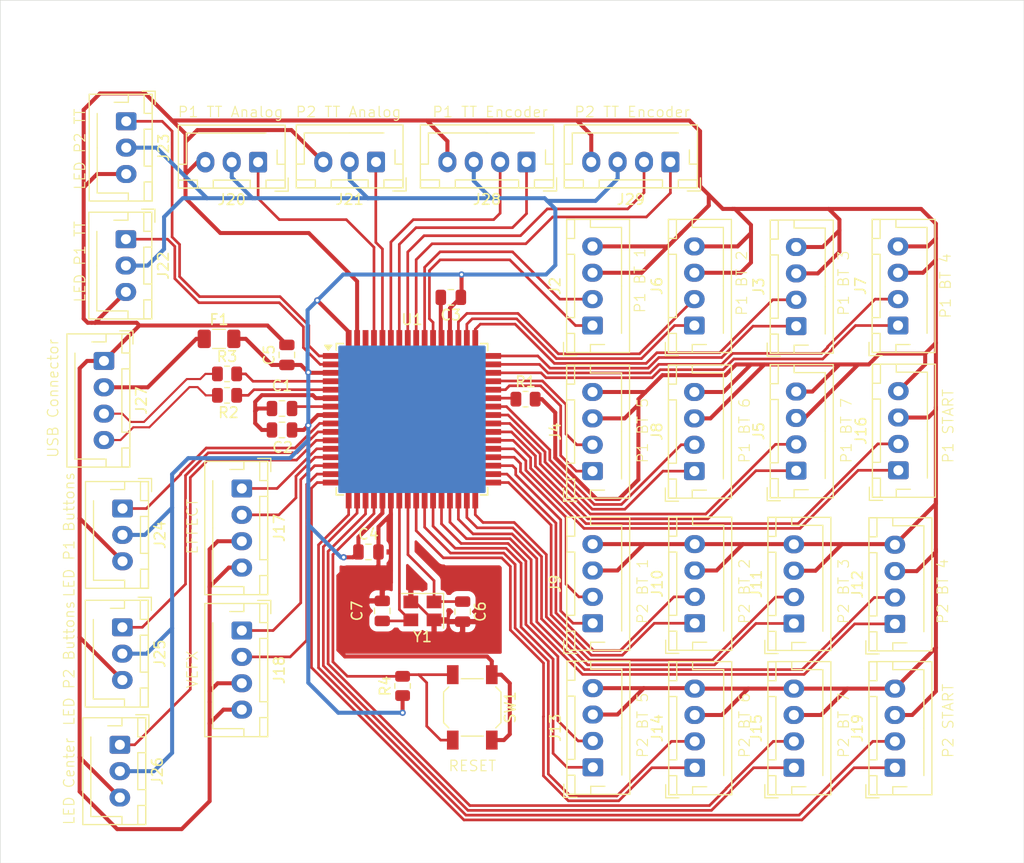
<source format=kicad_pcb>
(kicad_pcb (version 20240108) (generator "pcbnew") (generator_version "8.0")
  (layers (0 "F.Cu" signal) (31 "B.Cu" signal) (34 "B.Paste" user) (35 "F.Paste" user) (36 "B.SilkS" user "B.Silkscreen") (37 "F.SilkS" user "F.Silkscreen") (38 "B.Mask" user) (39 "F.Mask" user) (44 "Edge.Cuts" user))
  (net 0 "")
  (net 1 "Net-(U1-UCAP)")
  (net 2 "GND")
  (net 3 "+5V")
  (net 4 "Net-(U1-XTAL1)")
  (net 5 "Net-(U1-XTAL2)")
  (net 6 "VCC")
  (net 7 "D-")
  (net 8 "D+")
  (net 9 "PA3")
  (net 10 "PA6")
  (net 11 "PA7")
  (net 12 "PC4")
  (net 13 "PC5")
  (net 14 "PA5")
  (net 15 "PA4")
  (net 16 "PC6")
  (net 17 "PC7")
  (net 18 "PC3")
  (net 19 "PC2")
  (net 20 "PC1")
  (net 21 "PE0")
  (net 22 "PE1")
  (net 23 "PE4")
  (net 24 "PE3")
  (net 25 "PF0")
  (net 26 "PF1")
  (net 27 "PC0")
  (net 28 "PF6")
  (net 29 "PF7")
  (net 30 "PF3")
  (net 31 "PF2")
  (net 32 "PF5")
  (net 33 "PF4")
  (net 34 "Net-(U1-PE2{slash}~{HWB})")
  (net 35 "Net-(U1-D+)")
  (net 36 "Net-(U1-D-)")
  (net 37 "Net-(U1-~{RESET})")
  (net 39 "PD6")
  (net 40 "PD7")
  (net 41 "PA0")
  (net 42 "PA2")
  (net 43 "PA1")
  (net 44 "PD4")
  (net 45 "PD5")
  (net 46 "PD2")
  (net 47 "PD3")
  (net 48 "PD1")
  (net 49 "PD0")
  (net 50 "PE5")
  (net 51 "PB7")
  (net 52 "PB6")
  (net 53 "PB5")
  (net 54 "PB4")
  (net 55 "PB2")
  (net 56 "PB3")
  (net 57 "PE7")
  (net 58 "PE6")
  (net 59 "PB0")
  (net 60 "PB1")
  (footprint "Connector_JST:JST_XH_B4B-XH-AM_1x04_P2.50mm_Vertical" (layer "F.Cu") (at 135.591 78.918 90)
    (property "Reference" "J12")
    (property "Value" "2P BT 4" (hide yes))
  )
  (footprint "Connector_JST:JST_XH_B4B-XH-AM_1x04_P2.50mm_Vertical" (layer "F.Cu") (at 106.934 64.44 90)
    (property "Reference" "J4")
    (property "Value" "1P BT 5" (hide yes))
  )
  (footprint "Connector_JST:JST_XH_B4B-XH-AM_1x04_P2.50mm_Vertical" (layer "F.Cu") (at 126.238 50.7 90)
    (property "Reference" "J3")
    (property "Value" "1P BT 3" (hide yes))
  )
  (footprint "Connector_JST:JST_XH_B4B-XH-AM_1x04_P2.50mm_Vertical" (layer "F.Cu") (at 126.016 92.554 90)
    (property "Reference" "J15")
    (property "Value" "2P BT 7" (hide yes))
  )
  (footprint "Fuse:Fuse_1206_3216Metric" (layer "F.Cu") (at 71.533 51.903)
    (property "Reference" "F1")
    (property "Value" "500mA")
  )
  (footprint "Connector_JST:JST_XH_B4B-XH-AM_1x04_P2.50mm_Vertical" (layer "F.Cu") (at 126.238 64.4 90)
    (property "Reference" "J5")
    (property "Value" "1P BT 7" (hide yes))
  )
  (footprint "Connector_JST:JST_XH_B4B-XH-AM_1x04_P2.50mm_Vertical" (layer "F.Cu") (at 100.679 35.139 180)
    (property "Reference" "J28")
    (property "Value" "P1 TT Encoder" (hide yes))
  )
  (footprint "Connector_JST:JST_XH_B4B-XH-AM_1x04_P2.50mm_Vertical" (layer "F.Cu") (at 116.618 78.858 90)
    (property "Reference" "J10")
    (property "Value" "2P BT 2" (hide yes))
  )
  (footprint "Connector_JST:JST_XH_B4B-XH-AM_1x04_P2.50mm_Vertical" (layer "F.Cu") (at 135.89 50.64 90)
    (property "Reference" "J7")
    (property "Value" "1P BT 4" (hide yes))
  )
  (footprint "Connector_JST:JST_XH_B4B-XH-AM_1x04_P2.50mm_Vertical" (layer "F.Cu") (at 106.934 50.64 90)
    (property "Reference" "J2")
    (property "Value" "1P BT 1" (hide yes))
  )
  (footprint "Connector_JST:JST_XH_B4B-XH-AM_1x04_P2.50mm_Vertical" (layer "F.Cu") (at 73.692 79.546 -90)
    (property "Reference" "J18")
    (property "Value" "VEFX" (hide yes))
  )
  (footprint "Connector_JST:JST_XH_B4B-XH-AM_1x04_P2.50mm_Vertical" (layer "F.Cu") (at 60.628 53.995 -90)
    (property "Reference" "J27")
    (property "Value" "USB Type C Connector" (hide yes))
  )
  (footprint "Connector_JST:JST_XH_B3B-XH-AM_1x03_P2.50mm_Vertical" (layer "F.Cu") (at 62.135 90.377 -90)
    (property "Reference" "J26")
    (property "Value" "LED CENTER" (hide yes))
  )
  (footprint "Button_Switch_SMD:SW_SPST_SKQG_WithStem" (layer "F.Cu") (at 95.536 86.832 -90)
    (property "Reference" "SW1")
    (property "Value" "SW_Push" (hide yes))
  )
  (footprint "Connector_JST:JST_XH_B4B-XH-AM_1x04_P2.50mm_Vertical" (layer "F.Cu") (at 135.591 92.554 90)
    (property "Reference" "J19")
    (property "Value" "2P START" (hide yes))
  )
  (footprint "Resistor_SMD:R_0805_2012Metric" (layer "F.Cu") (at 100.584 57.618)
    (property "Reference" "R1")
    (property "Value" "10k")
  )
  (footprint "Connector_JST:JST_XH_B4B-XH-AM_1x04_P2.50mm_Vertical" (layer "F.Cu") (at 135.922 64.36 90)
    (property "Reference" "J16")
    (property "Value" "1P START" (hide yes))
  )
  (footprint "Connector_JST:JST_XH_B3B-XH-AM_1x03_P2.50mm_Vertical" (layer "F.Cu") (at 62.738 31.282 -90)
    (property "Reference" "J23")
    (property "Value" "LED P2 TT" (hide yes))
  )
  (footprint "Connector_JST:JST_XH_B3B-XH-AM_1x03_P2.50mm_Vertical" (layer "F.Cu") (at 62.372 79.241 -90)
    (property "Reference" "J25")
    (property "Value" "LED P2 Console" (hide yes))
  )
  (footprint "Connector_JST:JST_XH_B4B-XH-AM_1x04_P2.50mm_Vertical" (layer "F.Cu") (at 106.949 78.858 90)
    (property "Reference" "J9")
    (property "Value" "2P BT 1" (hide yes))
  )
  (footprint "Connector_JST:JST_XH_B4B-XH-AM_1x04_P2.50mm_Vertical" (layer "F.Cu") (at 126.016 78.878 90)
    (property "Reference" "J11")
    (property "Value" "2P BT 3" (hide yes))
  )
  (footprint "Capacitor_SMD:C_0805_2012Metric" (layer "F.Cu") (at 77.502 58.507)
    (property "Reference" "C1")
    (property "Value" "1uF")
  )
  (footprint "Capacitor_SMD:C_0805_2012Metric" (layer "F.Cu") (at 93.504 47.97 180)
    (property "Reference" "C3")
    (property "Value" "1uf")
  )
  (footprint "Capacitor_SMD:C_0805_2012Metric" (layer "F.Cu") (at 87.004 77.688 -90)
    (property "Reference" "C7")
    (property "Value" "22pF")
  )
  (footprint "Crystal:Crystal_SMD_3225-4Pin_3.2x2.5mm" (layer "F.Cu") (at 90.814 77.688 180)
    (property "Reference" "Y1")
    (property "Value" "16MHz")
  )
  (footprint "Connector_JST:JST_XH_B4B-XH-AM_1x04_P2.50mm_Vertical" (layer "F.Cu") (at 116.586 50.64 90)
    (property "Reference" "J6")
    (property "Value" "1P BT 2" (hide yes))
  )
  (footprint "Connector_JST:JST_XH_B3B-XH-AM_1x03_P2.50mm_Vertical" (layer "F.Cu") (at 62.389 67.985 -90)
    (property "Reference" "J24")
    (property "Value" "LED P1 Console" (hide yes))
  )
  (footprint "Connector_JST:JST_XH_B4B-XH-AM_1x04_P2.50mm_Vertical" (layer "F.Cu") (at 106.966 92.511 90)
    (property "Reference" "J13")
    (property "Value" "2P BT 5" (hide yes))
  )
  (footprint "Capacitor_SMD:C_0805_2012Metric" (layer "F.Cu") (at 85.696 72.1)
    (property "Reference" "C4")
    (property "Value" "1uf")
  )
  (footprint "Connector_JST:JST_XH_B4B-XH-AM_1x04_P2.50mm_Vertical" (layer "F.Cu") (at 114.315 35.139 180)
    (property "Reference" "J29")
    (property "Value" "P2 TT Encoder" (hide yes))
  )
  (footprint "Connector_JST:JST_XH_B4B-XH-AM_1x04_P2.50mm_Vertical" (layer "F.Cu") (at 116.618 92.554 90)
    (property "Reference" "J14")
    (property "Value" "2P BT 6" (hide yes))
  )
  (footprint "Resistor_SMD:R_0805_2012Metric" (layer "F.Cu") (at 72.295 55.225)
    (property "Reference" "R3")
    (property "Value" "22")
  )
  (footprint "Connector_JST:JST_XH_B3B-XH-AM_1x03_P2.50mm_Vertical" (layer "F.Cu") (at 86.415 35.139 180)
    (property "Reference" "J21")
    (property "Value" "P2 TT analog" (hide yes))
  )
  (footprint "Connector_JST:JST_XH_B4B-XH-AM_1x04_P2.50mm_Vertical" (layer "F.Cu") (at 116.586 64.44 90)
    (property "Reference" "J8")
    (property "Value" "1P BT 6" (hide yes))
  )
  (footprint "Connector_JST:JST_XH_B3B-XH-AM_1x03_P2.50mm_Vertical" (layer "F.Cu") (at 75.239 35.156 180)
    (property "Reference" "J20")
    (property "Value" "P1 TT analog" (hide yes))
  )
  (footprint "Connector_JST:JST_XH_B4B-XH-AM_1x04_P2.50mm_Vertical" (layer "F.Cu") (at 73.692 66.084 -90)
    (property "Reference" "J17")
    (property "Value" "EFFECT" (hide yes))
  )
  (footprint "Package_QFP:TQFP-64_14x14mm_P0.8mm" (layer "F.Cu") (at 89.821 59.523)
    (property "Reference" "U1")
    (property "Value" "AT90USB647-A")
  )
  (footprint "Resistor_SMD:R_0805_2012Metric" (layer "F.Cu") (at 72.295 57.257)
    (property "Reference" "R2")
    (property "Value" "22")
  )
  (footprint "Capacitor_SMD:C_0805_2012Metric" (layer "F.Cu") (at 94.624 77.754 90)
    (property "Reference" "C6")
    (property "Value" "22pF")
  )
  (footprint "Capacitor_SMD:C_0805_2012Metric" (layer "F.Cu") (at 77.963 53.427 90)
    (property "Reference" "C5")
    (property "Value" "10uf")
  )
  (footprint "Capacitor_SMD:C_0805_2012Metric" (layer "F.Cu") (at 77.502 60.539 180)
    (property "Reference" "C2")
    (property "Value" "1uf")
  )
  (footprint "Resistor_SMD:R_0805_2012Metric" (layer "F.Cu") (at 88.932 84.8 90)
    (property "Reference" "R4")
    (property "Value" "10K")
  )
  (footprint "Connector_JST:JST_XH_B3B-XH-AM_1x03_P2.50mm_Vertical" (layer "F.Cu") (at 62.706 42.458 -90)
    (property "Reference" "J22")
    (property "Value" "LED P1 TT" (hide yes))
  )
  (gr_rect (start 50.8 19.812) (end 147.828 101.6) (stroke (width 0.05)) (fill none) (layer "Edge.Cuts"))
  (gr_text "P1 BT 7\n" (at 131.572 63.754 90) (layer "F.SilkS") (effects (font (size 1 1) (thickness 0.1)) (justify left bottom)))
  (gr_text "P1 BT 6\n" (at 121.92 63.754 90) (layer "F.SilkS") (effects (font (size 1 1) (thickness 0.1)) (justify left bottom)))
  (gr_text "EFFECT" (at 69.596 72.39 90) (layer "F.SilkS") (effects (font (size 1 1) (thickness 0.1)) (justify left bottom)))
  (gr_text "LED P2 TT" (at 58.928 37.846 90) (layer "F.SilkS") (effects (font (size 1 1) (thickness 0.1)) (justify left bottom)))
  (gr_text "P1 BT 2" (at 121.666 49.784 90) (layer "F.SilkS") (effects (font (size 1 1) (thickness 0.1)) (justify left bottom)))
  (gr_text "LED Center" (at 57.912 98.044 90) (layer "F.SilkS") (effects (font (size 1 1) (thickness 0.1)) (justify left bottom)))
  (gr_text "P2 BT 4" (at 140.716 78.994 90) (layer "F.SilkS") (effects (font (size 1 1) (thickness 0.1)) (justify left bottom)))
  (gr_text "P2 BT 3" (at 131.318 78.994 90) (layer "F.SilkS") (effects (font (size 1 1) (thickness 0.1)) (justify left bottom)))
  (gr_text "P2 TT Analog" (at 78.74 30.988 0) (layer "F.SilkS") (effects (font (size 1 1) (thickness 0.1)) (justify left bottom)))
  (gr_text "P2 BT 7" (at 131.318 91.694 90) (layer "F.SilkS") (effects (font (size 1 1) (thickness 0.1)) (justify left bottom)))
  (gr_text "P1 BT 3" (at 131.318 49.784 90) (layer "F.SilkS") (effects (font (size 1 1) (thickness 0.1)) (justify left bottom)))
  (gr_text "P2 BT 6\n" (at 121.92 91.694 90) (layer "F.SilkS") (effects (font (size 1 1) (thickness 0.1)) (justify left bottom)))
  (gr_text "P2 START" (at 141.224 91.694 90) (layer "F.SilkS") (effects (font (size 1 1) (thickness 0.1)) (justify left bottom)))
  (gr_text "VEFX" (at 69.596 85.09 90) (layer "F.SilkS") (effects (font (size 1 1) (thickness 0.1)) (justify left bottom)))
  (gr_text "P1 START" (at 141.224 63.754 90) (layer "F.SilkS") (effects (font (size 1 1) (thickness 0.1)) (justify left bottom)))
  (gr_text "P2 BT 1" (at 112.268 78.994 90) (layer "F.SilkS") (effects (font (size 1 1) (thickness 0.1)) (justify left bottom)))
  (gr_text "USB Connector" (at 56.388 63.246 90) (layer "F.SilkS") (effects (font (size 1 1) (thickness 0.1)) (justify left bottom)))
  (gr_text "P1 TT Analog\n" (at 67.564 30.988 0) (layer "F.SilkS") (effects (font (size 1 1) (thickness 0.1)) (justify left bottom)))
  (gr_text "P2 TT Encoder" (at 105.156 30.988 0) (layer "F.SilkS") (effects (font (size 1 1) (thickness 0.1)) (justify left bottom)))
  (gr_text "P2 BT 2" (at 121.92 78.994 90) (layer "F.SilkS") (effects (font (size 1 1) (thickness 0.1)) (justify left bottom)))
  (gr_text "LED P1 Buttons" (at 57.912 76.454 90) (layer "F.SilkS") (effects (font (size 1 1) (thickness 0.1)) (justify left bottom)))
  (gr_text "P1 TT Encoder" (at 91.694 30.988 0) (layer "F.SilkS") (effects (font (size 1 1) (thickness 0.1)) (justify left bottom)))
  (gr_text "RESET" (at 93.218 92.964 0) (layer "F.SilkS") (effects (font (size 1 1) (thickness 0.1)) (justify left bottom)))
  (gr_text "LED P1 TT" (at 58.928 48.514 90) (layer "F.SilkS") (effects (font (size 1 1) (thickness 0.1)) (justify left bottom)))
  (gr_text "LED P2 Buttons" (at 57.912 88.646 90) (layer "F.SilkS") (effects (font (size 1 1) (thickness 0.1)) (justify left bottom)))
  (gr_text "P1 BT 5\n" (at 112.268 63.754 90) (layer "F.SilkS") (effects (font (size 1 1) (thickness 0.1)) (justify left bottom)))
  (gr_text "P1 BT 1" (at 112.014 49.53 90) (layer "F.SilkS") (effects (font (size 1 1) (thickness 0.1)) (justify left bottom)))
  (gr_text "P2 BT 5\n" (at 112.268 91.694 90) (layer "F.SilkS") (effects (font (size 1 1) (thickness 0.1)) (justify left bottom)))
  (gr_text "P1 BT 4" (at 140.97 50.038 90) (layer "F.SilkS") (effects (font (size 1 1) (thickness 0.1)) (justify left bottom)))
  (segment (start 78.636 58.323) (end 78.452 58.507) (width 0.254) (layer "F.Cu") (net 1))
  (segment (start 82.121 58.323) (end 78.636 58.323) (width 0.254) (layer "F.Cu") (net 1))
  (segment (start 60.2545 28.6415) (end 58.706 30.19) (width 0.381) (layer "F.Cu") (net 2))
  (segment (start 111.919 56.987) (end 112.935 55.971) (width 0.381) (layer "F.Cu") (net 2))
  (segment (start 120.98 45.64) (end 121.952 44.668) (width 0.381) (layer "F.Cu") (net 2))
  (segment (start 67.088 31.206) (end 64.5235 28.6415) (width 0.381) (layer "F.Cu") (net 2))
  (segment (start 73.692 84.546) (end 71.406 84.546) (width 0.381) (layer "F.Cu") (net 2))
  (segment (start 116.586 45.64) (end 120.98 45.64) (width 0.381) (layer "F.Cu") (net 2))
  (segment (start 85.818 76.738) (end 87.004 76.738) (width 0.381) (layer "F.Cu") (net 2))
  (segment (start 135.591 85.054) (end 139.478 81.167) (width 0.381) (layer "F.Cu") (net 2))
  (segment (start 82.121 57.523) (end 80.7055 57.523) (width 0.381) (layer "F.Cu") (net 2))
  (segment (start 87.004 75.806) (end 87.004 76.738) (width 0.381) (layer "F.Cu") (net 2))
  (segment (start 94.624 78.704) (end 92.08 78.704) (width 0.381) (layer "F.Cu") (net 2))
  (segment (start 81.415 35.139) (end 78.3915 32.1155) (width 0.381) (layer "F.Cu") (net 2))
  (segment (start 77.963 52.477) (end 76.1235 50.6375) (width 0.381) (layer "F.Cu") (net 2))
  (segment (start 61.881 98.3695) (end 58.325 94.8135) (width 0.381) (layer "F.Cu") (net 2))
  (segment (start 72.462 73.584) (end 70.644 75.402) (width 0.381) (layer "F.Cu") (net 2))
  (segment (start 83.471 82.006) (end 82.8455 81.3805) (width 0.381) (layer "F.Cu") (net 2))
  (segment (start 71.406 84.546) (end 70.644 85.308) (width 0.381) (layer "F.Cu") (net 2))
  (segment (start 59.785 50.379) (end 59.468 50.379) (width 0.381) (layer "F.Cu") (net 2))
  (segment (start 98.532 89.932) (end 99.092 89.372) (width 0.381) (layer "F.Cu") (net 2))
  (segment (start 116.586 43.14) (end 120.686 43.14) (width 0.381) (layer "F.Cu") (net 2))
  (segment (start 78.3915 32.1155) (end 69.4805 32.1155) (width 0.381) (layer "F.Cu") (net 2))
  (segment (start 121.952 41.112) (end 120.428 39.588) (width 0.381) (layer "F.Cu") (net 2))
  (segment (start 111.284 57.622) (end 111.919 56.987) (width 0.381) (layer "F.Cu") (net 2))
  (segment (start 70.239 35.156) (end 69.488 35.156) (width 0.381) (layer "F.Cu") (net 2))
  (segment (start 58.325 94.8135) (end 58.325 91.567) (width 0.381) (layer "F.Cu") (net 2))
  (segment (start 88.052 56.385) (end 88.052 57.523) (width 0.381) (layer "F.Cu") (net 2))
  (segment (start 75.597 60.539) (end 76.552 60.539) (width 0.381) (layer "F.Cu") (net 2))
  (segment (start 106.815 35.139) (end 106.815 32.579) (width 0.381) (layer "F.Cu") (net 2))
  (segment (start 126.016 85.054) (end 131.096 85.054) (width 0.381) (layer "F.Cu") (net 2))
  (segment (start 58.325 54.697) (end 59.027 53.995) (width 0.381) (layer "F.Cu") (net 2))
  (segment (start 114.082 43.14) (end 115.348 41.874) (width 0.381) (layer "F.Cu") (net 2))
  (segment (start 139.478 85.308) (end 139.478 81.167) (width 0.381) (layer "F.Cu") (net 2))
  (segment (start 116.618 73.858) (end 118.69 73.858) (width 0.381) (layer "F.Cu") (net 2))
  (segment (start 126.238 43.2) (end 128.754 43.2) (width 0.381) (layer "F.Cu") (net 2))
  (segment (start 69.4805 32.1155) (end 68.358 33.238) (width 0.381) (layer "F.Cu") (net 2))
  (segment (start 121.19 71.358) (end 130.588 71.358) (width 0.381) (layer "F.Cu") (net 2))
  (segment (start 126.238 56.9) (end 127.7635 56.9) (width 0.381) (layer "F.Cu") (net 2))
  (segment (start 86.392 73.624) (end 86.646 73.37) (width 0.381) (layer "F.Cu") (net 2))
  (segment (start 109.292 87.511) (end 111.792 85.011) (width 0.381) (layer "F.Cu") (net 2))
  (segment (start 130.334 40.604) (end 129.318 39.588) (width 0.381) (layer "F.Cu") (net 2))
  (segment (start 130.334 41.62) (end 130.334 40.604) (width 0.381) (layer "F.Cu") (net 2))
  (segment (start 106.949 73.858) (end 109.292 73.858) (width 0.381) (layer "F.Cu") (net 2))
  (segment (start 126.238 59.4) (end 127.0415 59.4) (width 0.381) (layer "F.Cu") (net 2))
  (segment (start 128.754 43.2) (end 130.334 41.62) (width 0.381) (layer "F.Cu") (net 2))
  (segment (start 116.618 85.054) (end 121.698 85.054) (width 0.381) (layer "F.Cu") (net 2))
  (segment (start 91.218 31.206) (end 67.088 31.206) (width 0.381) (layer "F.Cu") (net 2))
  (segment (start 116.575 85.011) (end 116.618 85.054) (width 0.381) (layer "F.Cu") (net 2))
  (segment (start 76.552 58.507) (end 75.216 58.507) (width 0.381) (layer "F.Cu") (net 2))
  (segment (start 111.872 56.94) (end 111.919 56.987) (width 0.381) (layer "F.Cu") (net 2))
  (segment (start 103.41 31.206) (end 91.218 31.206) (width 0.381) (layer "F.Cu") (net 2))
  (segment (start 120.174 39.588) (end 119.285 39.588) (width 0.381) (layer "F.Cu") (net 2))
  (segment (start 87.821 67.223) (end 87.821 73.878) (width 0.381) (layer "F.Cu") (net 2))
  (segment (start 135.89 45.64) (end 138.252 45.64) (width 0.381) (layer "F.Cu") (net 2))
  (segment (start 138.462 53.304) (end 139.478 52.288) (width 0.381) (layer "F.Cu") (net 2))
  (segment (start 106.949 71.358) (end 106.949 71.355) (width 0.381) (layer "F.Cu") (net 2))
  (segment (start 106.934 59.44) (end 109.974 59.44) (width 0.381) (layer "F.Cu") (net 2))
  (segment (start 82.121 57.523) (end 88.052 57.523) (width 0.381) (layer "F.Cu") (net 2))
  (segment (start 139.478 58.638) (end 139.478 58.384) (width 0.381) (layer "F.Cu") (net 2))
  (segment (start 135.591 73.918) (end 137.66 73.918) (width 0.381) (layer "F.Cu") (net 2))
  (segment (start 84.621 52.954) (end 88.052 56.385) (width 0.381) (layer "F.Cu") (net 2))
  (segment (start 69.488 35.156) (end 68.358 36.286) (width 0.381) (layer "F.Cu") (net 2))
  (segment (start 58.706 37.556) (end 58.706 49.994) (width 0.381) (layer "F.Cu") (net 2))
  (segment (start 73.692 73.584) (end 72.462 73.584) (width 0.381) (layer "F.Cu") (net 2))
  (segment (start 86.646 69.719) (end 87.821 68.544) (width 0.381) (layer "F.Cu") (net 2))
  (segment (start 68.358 36.286) (end 68.358 38.572) (width 0.381) (layer "F.Cu") (net 2))
  (segment (start 126.016 87.554) (end 128.596 87.554) (width 0.381) (layer "F.Cu") (net 2))
  (segment (start 137.66 73.918) (end 139.478 72.1) (width 0.381) (layer "F.Cu") (net 2))
  (segment (start 139.478 42.382) (end 139.478 40.985) (width 0.381) (layer "F.Cu") (net 2))
  (segment (start 138.72 43.14) (end 139.478 42.382) (width 0.381) (layer "F.Cu") (net 2))
  (segment (start 115.348 41.874) (end 117.9515 39.2705) (width 0.381) (layer "F.Cu") (net 2))
  (segment (start 88.052 57.523) (end 87.821 57.754) (width 0.381) (layer "F.Cu") (net 2))
  (segment (start 68.358 33.238) (end 68.358 32.476) (width 0.381) (layer "F.Cu") (net 2))
  (segment (start 128.596 87.554) (end 131.096 85.054) (width 0.381) (layer "F.Cu") (net 2))
  (segment (start 68.358 32.476) (end 67.088 31.206) (width 0.381) (layer "F.Cu") (net 2))
  (segment (start 87.821 74.989) (end 87.004 75.806) (width 0.381) (layer "F.Cu") (net 2))
  (segment (start 60.452 49.712) (end 59.785 50.379) (width 0.381) (layer "F.Cu") (net 2))
  (segment (start 120.536512 54.3295) (end 121.952 54.3295) (width 0.381) (layer "F.Cu") (net 2))
  (segment (start 71.66 41.874) (end 80.042 41.874) (width 0.381) (layer "F.Cu") (net 2))
  (segment (start 119.520512 55.3455) (end 120.536512 54.3295) (width 0.381) (layer "F.Cu") (net 2))
  (segment (start 86.646 72.1) (end 86.646 69.719) (width 0.381) (layer "F.Cu") (net 2))
  (segment (start 59.98 36.282) (end 58.706 37.556) (width 0.381) (layer "F.Cu") (net 2))
  (segment (start 106.934 43.14) (end 114.082 43.14) (width 0.381) (layer "F.Cu") (net 2))
  (segment (start 137.232 87.554) (end 139.478 85.308) (width 0.381) (layer "F.Cu") (net 2))
  (segment (start 121.698 85.054) (end 126.016 85.054) (width 0.381) (layer "F.Cu") (net 2))
  (segment (start 135.89 43.14) (end 138.72 43.14) (width 0.381) (layer "F.Cu") (net 2))
  (segment (start 92.621 52.954) (end 92.621 51.823) (width 0.381) (layer "F.Cu") (net 2))
  (segment (start 138.756 59.36) (end 139.478 58.638) (width 0.381) (layer "F.Cu") (net 2))
  (segment (start 74.962 59.904) (end 75.597 60.539) (width 0.381) (layer "F.Cu") (net 2))
  (segment (start 139.478 72.1) (end 139.478 71.846) (width 0.381) (layer "F.Cu") (net 2))
  (segment (start 135.922 56.86) (end 138.462 54.32) (width 0.381) (layer "F.Cu") (net 2))
  (segment (start 58.706 49.994) (end 59.091 50.379) (width 0.381) (layer "F.Cu") (net 2))
  (segment (start 94.266 79.974) (end 86.138 79.974) (width 0.381) (layer "F.Cu") (net 2))
  (segment (start 113.5605 55.3455) (end 119.520512 55.3455) (width 0.381) (layer "F.Cu") (net 2))
  (segment (start 117.9515 39.2705) (end 117.9515 38.2545) (width 0.381) (layer "F.Cu") (net 2))
  (segment (start 106.949 71.358) (end 111.792 71.358) (width 0.381) (layer "F.Cu") (net 2))
  (segment (start 139.478 52.288) (end 139.478 44.414) (width 0.381) (layer "F.Cu") (net 2))
  (segment (start 118.1115 59.44) (end 123.222 54.3295) (width 0.381) (layer "F.Cu") (net 2))
  (segment (start 94.624 79.616) (end 94.266 79.974) (width 0.381) (layer "F.Cu") (net 2))
  (segment (start 138.252 45.64) (end 139.478 44.414) (width 0.381) (layer "F.Cu") (net 2))
  (segment (start 92.554 51.756) (end 92.621 51.823) (width 0.381) (layer "F.Cu") (net 2))
  (segment (start 94.624 78.704) (end 94.624 79.616) (width 0.381) (layer "F.Cu") (net 2))
  (segment (start 105.442 31.206) (end 103.41 31.206) (width 0.381) (layer "F.Cu") (net 2))
  (segment (start 106.815 32.579) (end 105.442 31.206) (width 0.381) (layer "F.Cu") (net 2))
  (segment (start 87.803 67.241) (end 87.821 67.223) (width 0.381) (layer "F.Cu") (net 2))
  (segment (start 126.238 45.7) (end 128.286 45.7) (width 0.381) (layer "F.Cu") (net 2))
  (segment (start 103.4005 58.892) (end 103.400499 63.170355) (width 0.381) (layer "F.Cu") (net 2))
  (segment (start 62.389 72.985) (end 58.325 68.921) (width 0.381) (layer "F.Cu") (net 2))
  (segment (start 139.478 44.414) (end 139.478 42.382) (width 0.381) (layer "F.Cu") (net 2))
  (segment (start 119.285 39.588) (end 117.126 37.429) (width 0.381) (layer "F.Cu") (net 2))
  (segment (start 99.092 89.372) (end 99.092 84.546) (width 0.381) (layer "F.Cu") (net 2))
  (segment (start 75.597 57.241) (end 74.962 57.876) (width 0.381) (layer "F.Cu") (net 2))
  (segment (start 111.792 71.358) (end 121.19 71.358) (width 0.381) (layer "F.Cu") (net 2))
  (segment (start 62.372 84.241) (end 58.325 80.194) (width 0.381) (layer "F.Cu") (net 2))
  (segment (start 70.644 88.356) (end 70.644 95.718) (width 0.381) (layer "F.Cu") (net 2))
  (segment (start 71.406 71.084) (end 70.644 71.846) (width 0.381) (layer "F.Cu") (net 2))
  (segment (start 121.952 41.874) (end 121.952 41.112) (width 0.381) (layer "F.Cu") (net 2))
  (segment (start 116.586 59.44) (end 118.1115 59.44) (width 0.381) (layer "F.Cu") (net 2))
  (segment (start 130.588 71.358) (end 135.531 71.358) (width 0.381) (layer "F.Cu") (net 2))
  (segment (start 116.11 31.206) (end 105.442 31.206) (width 0.381) (layer "F.Cu") (net 2))
  (segment (start 138.081 39.588) (end 129.318 39.588) (width 0.381) (layer "F.Cu") (net 2))
  (segment (start 103.400499 63.170355) (end 107.310644 67.0805) (width 0.381) (layer "F.Cu") (net 2))
  (segment (start 139.478 58.384) (end 139.478 52.288) (width 0.381) (layer "F.Cu") (net 2))
  (segment (start 127.0415 59.4) (end 132.112 54.3295) (width 0.381) (layer "F.Cu") (net 2))
  (segment (start 82.8455 74.3765) (end 83.598 73.624) (width 0.381) (layer "F.Cu") (net 2))
  (segment (start 67.9925 98.3695) (end 61.881 98.3695) (width 0.381) (layer "F.Cu") (net 2))
  (segment (start 73.692 87.046) (end 71.954 87.046) (width 0.381) (layer "F.Cu") (net 2))
  (segment (start 58.325 80.194) (end 58.325 68.921) (width 0.381) (layer "F.Cu") (net 2))
  (segment (start 138.462 54.32) (end 138.462 53.304) (width 0.381) (layer "F.Cu") (net 2))
  (segment (start 76.1235 50.6375) (end 63.9855 50.6375) (width 0.381) (layer "F.Cu") (net 2))
  (segment (start 119.198 87.554) (end 121.698 85.054) (width 0.381) (layer "F.Cu") (net 2))
  (segment (start 130.334 54.3295) (end 132.112 54.3295) (width 0.381) (layer "F.Cu") (net 2))
  (segment (start 86.646 73.37) (end 86.646 72.1) (width 0.381) (layer "F.Cu") (net 2))
  (segment (start 82.8455 81.3805) (end 82.8455 74.3765) (width 0.381) (layer "F.Cu") (net 2))
  (segment (start 62.738 36.282) (end 59.98 36.282) (width 0.381) (layer "F.Cu") (net 2))
  (segment (start 106.934 45.64) (end 111.582 45.64) (width 0.381) (layer "F.Cu") (net 2))
  (segment (start 139.478 71.846) (end 139.478 67.274) (width 0.381) (layer "F.Cu") (net 2))
  (segment (start 88.052 57.523) (end 92.621 52.954) (width 0.381) (layer "F.Cu") (net 2))
  (segment (start 135.591 87.554) (end 137.232 87.554) (width 0.381) (layer "F.Cu") (net 2))
  (segment (start 120.428 39.588) (end 120.174 39.588) (width 0.381) (layer "F.Cu") (net 2))
  (segment (start 92.554 47.97) (end 92.554 51.756) (width 0.381) (layer "F.Cu") (net 2))
  (segment (start 121.952 54.3295) (end 123.222 54.3295) (width 0.381) (layer "F.Cu") (net 2))
  (segment (start 74.962 57.876) (end 74.962 58.761) (width 0.381) (layer "F.Cu") (net 2))
  (segment (start 96.941 82.006) (end 83.471 82.006) (width 0.381) (layer "F.Cu") (net 2))
  (segment (start 97.386 82.451) (end 96.941 82.006) (width 0.381) (layer "F.Cu") (net 2))
  (segment (start 62.9355 51.6875) (end 60.628 53.995) (width 0.381) (layer "F.Cu") (net 2))
  (segment (start 84.621 51.823) (end 84.621 52.954) (width 0.381) (layer "F.Cu") (net 2))
  (segment (start 70.644 95.718) (end 67.9925 98.3695) (width 0.381) (layer "F.Cu") (net 2))
  (segment (start 98.278 83.732) (end 97.386 83.732) (width 0.381) (layer "F.Cu") (net 2))
  (segment (start 90.114 76.838) (end 89.714 76.838) (width 0.254) (layer "F.Cu") (net 2))
  (segment (start 63.9855 50.6375) (end 62.9355 51.6875) (width 0.381) (layer "F.Cu") (net 2))
  (segment (start 59.468 50.379) (end 59.091 50.379) (width 0.381) (layer "F.Cu") (net 2))
  (segment (start 106.966 85.011) (end 111.792 85.011) (width 0.381) (layer "F.Cu") (net 2))
  (segment (start 111.284 65.242) (end 111.284 58.13) (width 0.381) (layer "F.Cu") (net 2))
  (segment (start 123.222 54.3295) (end 130.334 54.3295) (width 0.381) (layer "F.Cu") (net 2))
  (segment (start 62.706 47.458) (end 60.452 49.712) (width 0.381) (layer "F.Cu") (net 2))
  (segment (start 58.706 30.19) (end 58.706 37.556) (width 0.381) (layer "F.Cu") (net 2))
  (segment (start 112.935 55.971) (end 113.5605 55.3455) (width 0.381) (layer "F.Cu") (net 2))
  (segment (start 109.974 59.44) (end 111.284 58.13) (width 0.381) (layer "F.Cu") (net 2))
  (segment (start 120.686 43.14) (end 121.952 41.874) (width 0.381) (layer "F.Cu") (net 2))
  (segment (start 87.821 73.878) (end 87.821 74.989) (width 0.381) (layer "F.Cu") (net 2))
  (segment (start 131.096 85.054) (end 135.591 85.054) (width 0.381) (layer "F.Cu") (net 2))
  (segment (start 70.644 86.324) (end 70.644 88.356) (width 0.381) (layer "F.Cu") (net 2))
  (segment (start 111.284 58.13) (end 111.284 57.622) (width 0.381) (layer "F.Cu") (net 2))
  (segment (start 126.016 73.878) (end 128.068 73.878) (width 0.381) (layer "F.Cu") (net 2))
  (segment (start 91.814 78.538) (end 90.114 76.838) (width 0.254) (layer "F.Cu") (net 2))
  (segment (start 139.478 81.167) (end 139.478 71.846) (width 0.381) (layer "F.Cu") (net 2))
  (segment (start 97.386 89.932) (end 98.532 89.932) (width 0.381) (layer "F.Cu") (net 2))
  (segment (start 101.4965 57.618) (end 102.1265 57.618) (width 0.381) (layer "F.Cu") (net 2))
  (segment (start 85.376 77.18) (end 85.818 76.738) (width 0.381) (layer "F.Cu") (net 2))
  (segment (start 127.7635 56.9) (end 130.334 54.3295) (width 0.381) (layer "F.Cu") (net 2))
  (segment (start 75.216 58.507) (end 74.962 58.761) (width 0.381) (layer "F.Cu") (net 2))
  (segment (start 117.126 32.222) (end 116.11 31.206) (width 0.381) (layer "F.Cu") (net 2))
  (segment (start 129.318 39.588) (end 120.174 39.588) (width 0.381) (layer "F.Cu") (net 2))
  (segment (start 80.042 41.874) (end 84.621 46.453) (width 0.381) (layer "F.Cu") (net 2))
  (segment (start 70.644 71.846) (end 70.644 75.402) (width 0.381) (layer "F.Cu") (net 2))
  (segment (start 68.358 38.572) (end 71.66 41.874) (width 0.381) (layer "F.Cu") (net 2))
  (segment (start 73.692 71.084) (end 71.406 71.084) (width 0.381) (layer "F.Cu") (net 2))
  (segment (start 132.112 54.3295) (end 133.1185 54.3295) (width 0.381) (layer "F.Cu") (net 2))
  (segment (start 119.3415 56.94) (end 121.952 54.3295) (width 0.381) (layer "F.Cu") (net 2))
  (segment (start 111.792 85.011) (end 116.575 85.011) (width 0.381) (layer "F.Cu") (net 2))
  (segment (start 62.135 95.377) (end 58.325 91.567) (width 0.381) (layer "F.Cu") (net 2))
  (segment (start 64.5235 28.6415) (end 60.2545 28.6415) (width 0.381) (layer "F.Cu") (net 2))
  (segment (start 128.286 45.7) (end 130.334 43.652) (width 0.381) (layer "F.Cu") (net 2))
  (segment (start 130.334 43.652) (end 130.334 41.62) (width 0.381) (layer "F.Cu") (net 2))
  (segment (start 70.644 75.402) (end 70.644 86.324) (width 0.381) (layer "F.Cu") (net 2))
  (segment (start 68.358 33.238) (end 68.358 36.286) (width 0.381) (layer "F.Cu") (net 2))
  (segment (start 111.582 45.64) (end 115.348 41.874) (width 0.381) (layer "F.Cu") (net 2))
  (segment (start 102.1265 57.618) (end 103.4005 58.892) (width 0.381) (layer "F.Cu") (net 2))
  (segment (start 106.966 87.511) (end 109.292 87.511) (width 0.381) (layer "F.Cu") (net 2))
  (segment (start 106.934 56.94) (end 111.872 56.94) (width 0.381) (layer "F.Cu") (net 2))
  (segment (start 80.423 57.2405) (end 75.597 57.2405) (width 0.381) (layer "F.Cu") (net 2))
  (segment (start 59.027 53.995) (end 60.628 53.995) (width 0.381) (layer "F.Cu") (net 2))
  (segment (start 87.821 57.754) (end 87.821 67.223) (width 0.381) (layer "F.Cu") (net 2))
  (segment (start 93.179 33.167) (end 91.218 31.206) (width 0.381) (layer "F.Cu") (net 2))
  (segment (start 91.914 78.538) (end 91.814 78.538) (width 0.254) (layer "F.Cu") (net 2))
  (segment (start 83.598 73.624) (end 86.392 73.624) (width 0.381) (layer "F.Cu") (net 2))
  (segment (start 71.954 87.046) (end 70.644 88.356) (width 0.381) (layer "F.Cu") (net 2))
  (segment (start 84.621 46.453) (end 84.621 51.823) (width 0.381) (layer "F.Cu") (net 2))
  (segment (start 135.922 59.36) (end 138.756 59.36) (width 0.381) (layer "F.Cu") (net 2))
  (segment (start 116.586 56.94) (end 119.3415 56.94) (width 0.381) (layer "F.Cu") (net 2))
  (segment (start 135.591 71.418) (end 139.478 67.531) (width 0.381) (layer "F.Cu") (net 2))
  (segment (start 85.376 79.212) (end 85.376 77.18) (width 0.381) (layer "F.Cu") (net 2))
  (segment (start 128.068 73.878) (end 130.588 71.358) (width 0.381) (layer "F.Cu") (net 2))
  (segment (start 58.325 68.921) (end 58.325 54.697) (width 0.381) (layer "F.Cu") (net 2))
  (segment (start 135.531 71.358) (end 135.591 71.418) (width 0.381) (layer "F.Cu") (net 2))
  (segment (start 121.952 44.668) (end 121.952 41.874) (width 0.381) (layer "F.Cu") (net 2))
  (segment (start 92.08 78.704) (end 91.914 78.538) (width 0.381) (layer "F.Cu") (net 2))
  (segment (start 118.69 73.858) (end 121.19 71.358) (width 0.381) (layer "F.Cu") (net 2))
  (segment (start 97.386 83.732) (end 97.386 82.451) (width 0.381) (layer "F.Cu") (net 2))
  (segment (start 109.292 73.858) (end 111.792 71.358) (width 0.381) (layer "F.Cu") (net 2))
  (segment (start 109.4455 67.0805) (end 111.284 65.242) (width 0.381) (layer "F.Cu") (net 2))
  (segment (start 134.144 53.304) (end 138.462 53.304) (width 0.381) (layer "F.Cu") (net 2))
  (segment (start 133.1185 54.3295) (end 134.144 53.304) (width 0.381) (layer "F.Cu") (net 2))
  (segment (start 63.9855 50.6375) (end 63.727 50.379) (width 0.381) (layer "F.Cu") (net 2))
  (segment (start 116.618 87.554) (end 119.198 87.554) (width 0.381) (layer "F.Cu") (net 2))
  (segment (start 117.126 37.429) (end 117.126 32.222) (width 0.381) (layer "F.Cu") (net 2))
  (segment (start 93.179 35.139) (end 93.179 33.167) (width 0.381) (layer "F.Cu") (net 2))
  (segment (start 139.478 40.985) (end 138.081 39.588) (width 0.381) (layer "F.Cu") (net 2))
  (segment (start 58.325 91.567) (end 58.325 80.194) (width 0.381) (layer "F.Cu") (net 2))
  (segment (start 63.727 50.379) (end 59.785 50.379) (width 0.381) (layer "F.Cu") (net 2))
  (segment (start 80.7055 57.523) (end 80.423 57.2405) (width 0.381) (layer "F.Cu") (net 2))
  (segment (start 107.310644 67.0805) (end 109.4455 67.0805) (width 0.381) (layer "F.Cu") (net 2))
  (segment (start 99.092 84.546) (end 98.278 83.732) (width 0.381) (layer "F.Cu") (net 2))
  (segment (start 86.138 79.974) (end 85.376 79.212) (width 0.381) (layer "F.Cu") (net 2))
  (segment (start 74.962 58.761) (end 74.962 59.904) (width 0.381) (layer "F.Cu") (net 2))
  (segment (start 139.478 67.274) (end 139.478 58.384) (width 0.381) (layer "F.Cu") (net 2))
  (segment (start 139.478 67.531) (end 139.478 67.274) (width 0.381) (layer "F.Cu") (net 2))
  (segment (start 88.932 87.34) (end 88.932 85.7125) (width 0.381) (layer "F.Cu") (net 3))
  (segment (start 79.995 55.082) (end 80.036 55.123) (width 0.381) (layer "F.Cu") (net 3))
  (segment (start 74.073 51.903) (end 72.933 51.903) (width 0.381) (layer "F.Cu") (net 3))
  (segment (start 83.821 51.237) (end 83.821 51.823) (width 0.381) (layer "F.Cu") (net 3))
  (segment (start 78.452 60.539) (end 79.560216 60.539) (width 0.381) (layer "F.Cu") (net 3))
  (segment (start 77.963 54.377) (end 76.547 54.377) (width 0.381) (layer "F.Cu") (net 3))
  (segment (start 79.989608 60.035) (end 80.901608 59.123) (width 0.381) (layer "F.Cu") (net 3))
  (segment (start 94.454 47.97) (end 93.421 49.003) (width 0.381) (layer "F.Cu") (net 3))
  (segment (start 87.021 68.423) (end 84.746 70.698) (width 0.381) (layer "F.Cu") (net 3))
  (segment (start 80.901608 59.123) (end 82.121 59.123) (width 0.381) (layer "F.Cu") (net 3))
  (segment (start 79.29 54.377) (end 79.995 55.082) (width 0.381) (layer "F.Cu") (net 3))
  (segment (start 84.746 70.698) (end 84.746 72.1) (width 0.381) (layer "F.Cu") (net 3))
  (segment (start 80.036 55.123) (end 82.121 55.123) (width 0.381) (layer "F.Cu") (net 3))
  (segment (start 83.344 72.608) (end 84.238 72.608) (width 0.381) (layer "F.Cu") (net 3))
  (segment (start 93.421 49.003) (end 93.421 51.823) (width 0.381) (layer "F.Cu") (net 3))
  (segment (start 87.021 67.223) (end 87.021 68.423) (width 0.381) (layer "F.Cu") (net 3))
  (segment (start 94.52 45.807) (end 94.52 47.904) (width 0.381) (layer "F.Cu") (net 3))
  (segment (start 94.52 47.904) (end 94.454 47.97) (width 0.381) (layer "F.Cu") (net 3))
  (segment (start 77.963 54.377) (end 79.29 54.377) (width 0.381) (layer "F.Cu") (net 3))
  (segment (start 76.547 54.377) (end 74.073 51.903) (width 0.381) (layer "F.Cu") (net 3))
  (segment (start 79.560216 60.539) (end 79.989608 60.109608) (width 0.381) (layer "F.Cu") (net 3))
  (segment (start 79.991018 60.111018) (end 79.989608 60.109608) (width 0.381) (layer "F.Cu") (net 3))
  (segment (start 84.238 72.608) (end 84.746 72.1) (width 0.381) (layer "F.Cu") (net 3))
  (segment (start 80.844 48.26) (end 83.821 51.237) (width 0.381) (layer "F.Cu") (net 3))
  (segment (start 79.989608 60.109608) (end 79.989608 60.035) (width 0.381) (layer "F.Cu") (net 3))
  (via (at 83.344 72.608) (size 0.6) (drill 0.3) (layers "F.Cu" "B.Cu") (net 3))
  (via (at 88.932 87.34) (size 0.6) (drill 0.3) (layers "F.Cu" "B.Cu") (net 3))
  (via (at 80.844 48.26) (size 0.6) (drill 0.3) (layers "F.Cu" "B.Cu") (net 3))
  (via (at 94.52 45.807) (size 0.6) (drill 0.3) (layers "F.Cu" "B.Cu") (net 3))
  (via (at 79.995 55.082) (size 0.6) (drill 0.3) (layers "F.Cu" "B.Cu") (net 3))
  (via (at 79.989608 60.109608) (size 0.6) (drill 0.3) (layers "F.Cu" "B.Cu") (net 3))
  (segment (start 107.22 38.826) (end 109.315 36.731) (width 0.381) (layer "B.Cu") (net 3))
  (segment (start 79.995 55.082) (end 79.995 61.178) (width 0.381) (layer "B.Cu") (net 3))
  (segment (start 83.915 36.857) (end 83.915 35.139) (width 0.381) (layer "B.Cu") (net 3))
  (segment (start 64.766 44.958) (end 62.706 44.958) (width 0.381) (layer "B.Cu") (net 3))
  (segment (start 68.612 63.21) (end 67.088 64.734) (width 0.381) (layer "B.Cu") (net 3))
  (segment (start 65.6 33.782) (end 62.738 33.782) (width 0.381) (layer "B.Cu") (net 3))
  (segment (start 64.508 70.485) (end 62.389 70.485) (width 0.381) (layer "B.Cu") (net 3))
  (segment (start 85.63 38.572) (end 83.915 36.857) (width 0.381) (layer "B.Cu") (net 3))
  (segment (start 102.648 38.826) (end 107.22 38.826) (width 0.381) (layer "B.Cu") (net 3))
  (segment (start 95.679 36.937) (end 95.679 35.139) (width 0.381) (layer "B.Cu") (net 3))
  (segment (start 70.39 38.572) (end 65.6 33.782) (width 0.381) (layer "B.Cu") (net 3))
  (segment (start 79.995 61.479) (end 78.264 63.21) (width 0.381) (layer "B.Cu") (net 3))
  (segment (start 78.264 63.21) (end 68.612 63.21) (width 0.381) (layer "B.Cu") (net 3))
  (segment (start 102.648 38.826) (end 102.394 38.572) (width 0.381) (layer "B.Cu") (net 3))
  (segment (start 67.088 67.905) (end 67.088 79.335) (width 0.381) (layer "B.Cu") (net 3))
  (segment (start 65.357 92.877) (end 62.135 92.877) (width 0.381) (layer "B.Cu") (net 3))
  (segment (start 79.995 69.052) (end 79.995 69.513) (width 0.381) (layer "B.Cu") (net 3))
  (segment (start 79.929 55.016) (end 79.929 49.175) (width 0.381) (layer "B.Cu") (net 3))
  (segment (start 86.646 38.572) (end 85.63 38.572) (width 0.381) (layer "B.Cu") (net 3))
  (segment (start 68.358 38.572) (end 68.104 38.572) (width 0.381) (layer "B.Cu") (net 3))
  (segment (start 72.739 36.603) (end 72.739 35.156) (width 0.381) (layer "B.Cu") (net 3))
  (segment (start 67.088 79.335) (end 64.682 81.741) (width 0.381) (layer "B.Cu") (net 3))
  (segment (start 82.836 87.34) (end 88.932 87.34) (width 0.381) (layer "B.Cu") (net 3))
  (segment (start 102.394 38.572) (end 97.314 38.572) (width 0.381) (layer "B.Cu") (net 3))
  (segment (start 74.708 38.572) (end 72.739 36.603) (width 0.381) (layer "B.Cu") (net 3))
  (segment (start 102.525 45.807) (end 103.41 44.922) (width 0.381) (layer "B.Cu") (net 3))
  (segment (start 103.41 44.922) (end 103.41 39.588) (width 0.381) (layer "B.Cu") (net 3))
  (segment (start 79.995 55.082) (end 79.929 55.016) (width 0.381) (layer "B.Cu") (net 3))
  (segment (start 83.297 45.807) (end 102.525 45.807) (width 0.381) (layer "B.Cu") (net 3))
  (segment (start 79.995 69.513) (end 79.995 84.499) (width 0.381) (layer "B.Cu") (net 3))
  (segment (start 74.962 38.572) (end 70.39 38.572) (width 0.381) (layer "B.Cu") (net 3))
  (segment (start 97.314 38.572) (end 95.679 36.937) (width 0.381) (layer "B.Cu") (net 3))
  (segment (start 67.088 64.734) (end 67.088 67.905) (width 0.381) (layer "B.Cu") (net 3))
  (segment (start 103.41 39.588) (end 102.648 38.826) (width 0.381) (layer "B.Cu") (net 3))
  (segment (start 64.682 81.741) (end 62.372 81.741) (width 0.381) (layer "B.Cu") (net 3))
  (segment (start 67.088 79.335) (end 67.088 91.146) (width 0.381) (layer "B.Cu") (net 3))
  (segment (start 79.995 69.513) (end 83.09 72.608) (width 0.381) (layer "B.Cu") (net 3))
  (segment (start 79.995 84.499) (end 82.836 87.34) (width 0.381) (layer "B.Cu") (net 3))
  (segment (start 79.995 69.052) (end 79.995 69.287) (width 0.381) (layer "B.Cu") (net 3))
  (segment (start 74.962 38.572) (end 74.708 38.572) (width 0.381) (layer "B.Cu") (net 3))
  (segment (start 86.646 38.572) (end 74.962 38.572) (width 0.381) (layer "B.Cu") (net 3))
  (segment (start 66.326 43.398) (end 64.766 44.958) (width 0.381) (layer "B.Cu") (net 3))
  (segment (start 67.088 67.905) (end 64.508 70.485) (width 0.381) (layer "B.Cu") (net 3))
  (segment (start 109.315 36.731) (end 109.315 35.139) (width 0.381) (layer "B.Cu") (net 3))
  (segment (start 66.326 40.35) (end 66.326 43.398) (width 0.381) (layer "B.Cu") (net 3))
  (segment (start 67.088 91.146) (end 65.357 92.877) (width 0.381) (layer "B.Cu") (net 3))
  (segment (start 79.929 49.175) (end 83.297 45.807) (width 0.381) (layer "B.Cu") (net 3))
  (segment (start 79.995 61.178) (end 79.995 69.052) (width 0.381) (layer "B.Cu") (net 3))
  (segment (start 83.09 72.608) (end 83.344 72.608) (width 0.381) (layer "B.Cu") (net 3))
  (segment (start 97.314 38.572) (end 86.646 38.572) (width 0.381) (layer "B.Cu") (net 3))
  (segment (start 68.104 38.572) (end 66.326 40.35) (width 0.381) (layer "B.Cu") (net 3))
  (segment (start 70.39 38.572) (end 68.358 38.572) (width 0.381) (layer "B.Cu") (net 3))
  (segment (start 79.995 61.178) (end 79.995 61.479) (width 0.381) (layer "B.Cu") (net 3))
  (segment (start 94.624 76.804) (end 91.948 76.804) (width 0.254) (layer "F.Cu") (net 4))
  (segment (start 91.914 74.828) (end 91.914 76.838) (width 0.254) (layer "F.Cu") (net 4))
  (segment (start 89.421 67.223) (end 89.44 67.242) (width 0.254) (layer "F.Cu") (net 4))
  (segment (start 89.44 72.354) (end 91.914 74.828) (width 0.254) (layer "F.Cu") (net 4))
  (segment (start 91.948 76.804) (end 91.914 76.838) (width 0.254) (layer "F.Cu") (net 4))
  (segment (start 89.44 67.242) (end 89.44 72.354) (width 0.254) (layer "F.Cu") (net 4))
  (segment (start 88.631 77.555) (end 88.631 67.233) (width 0.254) (layer "F.Cu") (net 5))
  (segment (start 89.714 78.538) (end 89.614 78.538) (width 0.254) (layer "F.Cu") (net 5))
  (segment (start 89.614 78.538) (end 88.631 77.555) (width 0.254) (layer "F.Cu") (net 5))
  (segment (start 88.631 67.233) (end 88.621 67.223) (width 0.254) (layer "F.Cu") (net 5))
  (segment (start 87.004 78.638) (end 89.614 78.638) (width 0.254) (layer "F.Cu") (net 5))
  (segment (start 89.614 78.638) (end 89.714 78.538) (width 0.254) (layer "F.Cu") (net 5))
  (segment (start 60.628 56.495) (end 64.782 56.495) (width 0.381) (layer "F.Cu") (net 6))
  (segment (start 69.374 51.903) (end 70.133 51.903) (width 0.381) (layer "F.Cu") (net 6))
  (segment (start 64.782 56.495) (end 69.374 51.903) (width 0.381) (layer "F.Cu") (net 6))
  (segment (start 68.485 55.713) (end 69.755 55.713) (width 0.2) (layer "F.Cu") (net 7))
  (segment (start 63.151 59.777) (end 64.421 59.777) (width 0.2) (layer "F.Cu") (net 7))
  (segment (start 69.755 55.713) (end 70.243 55.225) (width 0.2) (layer "F.Cu") (net 7))
  (segment (start 70.243 55.225) (end 71.3825 55.225) (width 0.2) (layer "F.Cu") (net 7))
  (segment (start 62.369 58.995) (end 63.151 59.777) (width 0.2) (layer "F.Cu") (net 7))
  (segment (start 60.628 58.995) (end 62.369 58.995) (width 0.2) (layer "F.Cu") (net 7))
  (segment (start 64.421 59.777) (end 68.485 55.713) (width 0.2) (layer "F.Cu") (net 7))
  (segment (start 63.405 60.285) (end 64.929 60.285) (width 0.2) (layer "F.Cu") (net 8))
  (segment (start 69.501 56.475) (end 70.263 57.237) (width 0.2) (layer "F.Cu") (net 8))
  (segment (start 68.739 56.475) (end 69.501 56.475) (width 0.2) (layer "F.Cu") (net 8))
  (segment (start 60.628 61.495) (end 62.195 61.495) (width 0.2) (layer "F.Cu") (net 8))
  (segment (start 62.195 61.495) (end 63.405 60.285) (width 0.2) (layer "F.Cu") (net 8))
  (segment (start 70.263 57.257) (end 71.3825 57.257) (width 0.2) (layer "F.Cu") (net 8))
  (segment (start 64.929 60.285) (end 68.739 56.475) (width 0.2) (layer "F.Cu") (net 8))
  (segment (start 70.263 57.237) (end 70.263 57.257) (width 0.2) (layer "F.Cu") (net 8))
  (segment (start 102.904157 54.682) (end 101.745157 53.523) (width 0.254) (layer "F.Cu") (net 9))
  (segment (start 122.150052 50.7) (end 119.179052 53.671) (width 0.254) (layer "F.Cu") (net 9))
  (segment (start 113.21904 53.671) (end 112.20804 54.682) (width 0.254) (layer "F.Cu") (net 9))
  (segment (start 119.179052 53.671) (end 113.21904 53.671) (width 0.254) (layer "F.Cu") (net 9))
  (segment (start 126.238 50.7) (end 122.150052 50.7) (width 0.254) (layer "F.Cu") (net 9))
  (segment (start 101.745157 53.523) (end 97.521 53.523) (width 0.254) (layer "F.Cu") (net 9))
  (segment (start 112.20804 54.682) (end 102.904157 54.682) (width 0.254) (layer "F.Cu") (net 9))
  (segment (start 102.19 55.894) (end 104.426 58.13) (width 0.254) (layer "F.Cu") (net 10))
  (segment (start 104.426 60.924) (end 105.442 61.94) (width 0.254) (layer "F.Cu") (net 10))
  (segment (start 97.55 55.894) (end 102.19 55.894) (width 0.254) (layer "F.Cu") (net 10))
  (segment (start 97.521 55.923) (end 97.55 55.894) (width 0.254) (layer "F.Cu") (net 10))
  (segment (start 105.442 61.94) (end 106.934 61.94) (width 0.254) (layer "F.Cu") (net 10))
  (segment (start 104.426 58.13) (end 104.426 60.924) (width 0.254) (layer "F.Cu") (net 10))
  (segment (start 98.685 56.723) (end 99.06 56.348) (width 0.254) (layer "F.Cu") (net 11))
  (segment (start 99.06 56.348) (end 102.001948 56.348) (width 0.254) (layer "F.Cu") (net 11))
  (segment (start 105.402 64.44) (end 106.934 64.44) (width 0.254) (layer "F.Cu") (net 11))
  (segment (start 97.521 56.723) (end 98.685 56.723) (width 0.254) (layer "F.Cu") (net 11))
  (segment (start 102.001948 56.348) (end 103.918 58.264052) (width 0.254) (layer "F.Cu") (net 11))
  (segment (start 103.918 58.264052) (end 103.918 62.956) (width 0.254) (layer "F.Cu") (net 11))
  (segment (start 103.918 62.956) (end 105.402 64.44) (width 0.254) (layer "F.Cu") (net 11))
  (segment (start 101.520999 62.993155) (end 101.520999 63.980947) (width 0.254) (layer "F.Cu") (net 12))
  (segment (start 122.420052 64.4) (end 126.238 64.4) (width 0.254) (layer "F.Cu") (net 12))
  (segment (start 97.521 60.723) (end 99.250844 60.723) (width 0.254) (layer "F.Cu") (net 12))
  (segment (start 106.500052 68.96) (end 117.860052 68.96) (width 0.254) (layer "F.Cu") (net 12))
  (segment (start 117.860052 68.96) (end 122.420052 64.4) (width 0.254) (layer "F.Cu") (net 12))
  (segment (start 101.520999 63.980947) (end 106.500052 68.96) (width 0.254) (layer "F.Cu") (net 12))
  (segment (start 99.250844 60.723) (end 101.520999 62.993155) (width 0.254) (layer "F.Cu") (net 12))
  (segment (start 124.278 61.9) (end 126.238 61.9) (width 0.254) (layer "F.Cu") (net 13))
  (segment (start 101.974999 63.760815) (end 106.720184 68.506) (width 0.254) (layer "F.Cu") (net 13))
  (segment (start 101.974999 62.805103) (end 101.974999 63.760815) (width 0.254) (layer "F.Cu") (net 13))
  (segment (start 117.672 68.506) (end 124.278 61.9) (width 0.254) (layer "F.Cu") (net 13))
  (segment (start 97.521 59.923) (end 99.092896 59.923) (width 0.254) (layer "F.Cu") (net 13))
  (segment (start 106.720184 68.506) (end 117.672 68.506) (width 0.254) (layer "F.Cu") (net 13))
  (segment (start 99.092896 59.923) (end 101.974999 62.805103) (width 0.254) (layer "F.Cu") (net 13))
  (segment (start 129.669 52.892739) (end 129.669 52.833052) (width 0.254) (layer "F.Cu") (net 14))
  (segment (start 102.528053 55.59) (end 112.584144 55.59) (width 0.254) (layer "F.Cu") (net 14))
  (segment (start 112.584144 55.59) (end 113.346145 54.827999) (width 0.254) (layer "F.Cu") (net 14))
  (segment (start 119.306156 54.828) (end 120.322156 53.812) (width 0.254) (layer "F.Cu") (net 14))
  (segment (start 128.749739 53.812) (end 129.669 52.892739) (width 0.254) (layer "F.Cu") (net 14))
  (segment (start 129.669 52.833052) (end 131.862052 50.64) (width 0.254) (layer "F.Cu") (net 14))
  (segment (start 113.346145 54.827999) (end 119.306156 54.828) (width 0.254) (layer "F.Cu") (net 14))
  (segment (start 131.862052 50.64) (end 135.89 50.64) (width 0.254) (layer "F.Cu") (net 14))
  (segment (start 102.061053 55.123) (end 102.528053 55.59) (width 0.254) (layer "F.Cu") (net 14))
  (segment (start 97.521 55.123) (end 102.061053 55.123) (width 0.254) (layer "F.Cu") (net 14))
  (segment (start 120.322156 53.812) (end 128.749739 53.812) (width 0.254) (layer "F.Cu") (net 14))
  (segment (start 133.72 48.14) (end 129.215 52.645) (width 0.254) (layer "F.Cu") (net 15))
  (segment (start 112.396092 55.136) (end 102.716105 55.136) (width 0.254) (layer "F.Cu") (net 15))
  (segment (start 135.89 48.14) (end 133.72 48.14) (width 0.254) (layer "F.Cu") (net 15))
  (segment (start 119.172105 54.319999) (end 113.212093 54.319999) (width 0.254) (layer "F.Cu") (net 15))
  (segment (start 113.212093 54.319999) (end 112.396092 55.136) (width 0.254) (layer "F.Cu") (net 15))
  (segment (start 102.716105 55.136) (end 101.903105 54.323) (width 0.254) (layer "F.Cu") (net 15))
  (segment (start 129.215 52.704687) (end 128.636635 53.283052) (width 0.254) (layer "F.Cu") (net 15))
  (segment (start 101.903105 54.323) (end 97.521 54.323) (width 0.254) (layer "F.Cu") (net 15))
  (segment (start 129.215 52.645) (end 129.215 52.704687) (width 0.254) (layer "F.Cu") (net 15))
  (segment (start 120.209052 53.283052) (end 119.172105 54.319999) (width 0.254) (layer "F.Cu") (net 15))
  (segment (start 128.636635 53.283052) (end 120.209052 53.283052) (width 0.254) (layer "F.Cu") (net 15))
  (segment (start 102.428999 62.617051) (end 102.428999 63.572763) (width 0.254) (layer "F.Cu") (net 16))
  (segment (start 102.428999 63.572763) (end 106.908236 68.052) (width 0.254) (layer "F.Cu") (net 16))
  (segment (start 109.998 68.052) (end 113.61 64.44) (width 0.254) (layer "F.Cu") (net 16))
  (segment (start 113.61 64.44) (end 116.586 64.44) (width 0.254) (layer "F.Cu") (net 16))
  (segment (start 98.934948 59.123) (end 102.428999 62.617051) (width 0.254) (layer "F.Cu") (net 16))
  (segment (start 97.521 59.123) (end 98.934948 59.123) (width 0.254) (layer "F.Cu") (net 16))
  (segment (start 106.908236 68.052) (end 109.998 68.052) (width 0.254) (layer "F.Cu") (net 16))
  (segment (start 97.521 58.323) (end 98.777 58.323) (width 0.254) (layer "F.Cu") (net 17))
  (segment (start 115.332928 61.94) (end 116.586 61.94) (width 0.254) (layer "F.Cu") (net 17))
  (segment (start 107.096288 67.598) (end 109.674928 67.598) (width 0.254) (layer "F.Cu") (net 17))
  (segment (start 109.674928 67.598) (end 115.332928 61.94) (width 0.254) (layer "F.Cu") (net 17))
  (segment (start 102.882999 62.428999) (end 102.882999 63.384711) (width 0.254) (layer "F.Cu") (net 17))
  (segment (start 98.777 58.323) (end 102.882999 62.428999) (width 0.254) (layer "F.Cu") (net 17))
  (segment (start 102.882999 63.384711) (end 107.096288 67.598) (width 0.254) (layer "F.Cu") (net 17))
  (segment (start 97.521 61.523) (end 99.408792 61.523) (width 0.254) (layer "F.Cu") (net 18))
  (segment (start 106.312 69.414) (end 126.416 69.414) (width 0.254) (layer "F.Cu") (net 18))
  (segment (start 101.066999 63.181207) (end 101.066999 64.169) (width 0.254) (layer "F.Cu") (net 18))
  (segment (start 101.066999 64.169) (end 106.312 69.414) (width 0.254) (layer "F.Cu") (net 18))
  (segment (start 99.408792 61.523) (end 101.066999 63.181207) (width 0.254) (layer "F.Cu") (net 18))
  (segment (start 133.97 61.86) (end 135.922 61.86) (width 0.254) (layer "F.Cu") (net 18))
  (segment (start 126.416 69.414) (end 133.97 61.86) (width 0.254) (layer "F.Cu") (net 18))
  (segment (start 100.612998 63.460998) (end 100.612999 64.357053) (width 0.254) (layer "F.Cu") (net 19))
  (segment (start 106.123947 69.868) (end 126.604052 69.868) (width 0.254) (layer "F.Cu") (net 19))
  (segment (start 99.475 62.323) (end 100.612998 63.460998) (width 0.254) (layer "F.Cu") (net 19))
  (segment (start 97.521 62.323) (end 99.475 62.323) (width 0.254) (layer "F.Cu") (net 19))
  (segment (start 132.112052 64.36) (end 135.922 64.36) (width 0.254) (layer "F.Cu") (net 19))
  (segment (start 100.612999 64.357053) (end 106.123947 69.868) (width 0.254) (layer "F.Cu") (net 19))
  (segment (start 126.604052 69.868) (end 132.112052 64.36) (width 0.254) (layer "F.Cu") (net 19))
  (segment (start 100.108 63.718) (end 100.108 64.494104) (width 0.254) (layer "F.Cu") (net 20))
  (segment (start 105.636 76.358) (end 106.949 76.358) (width 0.254) (layer "F.Cu") (net 20))
  (segment (start 97.521 63.123) (end 99.513 63.123) (width 0.254) (layer "F.Cu") (net 20))
  (segment (start 104.426 68.812104) (end 104.426 75.148) (width 0.254) (layer "F.Cu") (net 20))
  (segment (start 104.426 75.148) (end 105.636 76.358) (width 0.254) (layer "F.Cu") (net 20))
  (segment (start 100.108 64.494104) (end 104.426 68.812104) (width 0.254) (layer "F.Cu") (net 20))
  (segment (start 99.513 63.123) (end 100.108 63.718) (width 0.254) (layer "F.Cu") (net 20))
  (segment (start 106.834896 81.889) (end 109.757052 81.889) (width 0.254) (layer "F.Cu") (net 21))
  (segment (start 103.01 78.064104) (end 106.834896 81.889) (width 0.254) (layer "F.Cu") (net 21))
  (segment (start 97.521 65.523) (end 98.973 65.523) (width 0.254) (layer "F.Cu") (net 21))
  (segment (start 103.01 69.56) (end 103.01 78.064104) (width 0.254) (layer "F.Cu") (net 21))
  (segment (start 112.788052 78.858) (end 116.618 78.858) (width 0.254) (layer "F.Cu") (net 21))
  (segment (start 98.973 65.523) (end 103.01 69.56) (width 0.254) (layer "F.Cu") (net 21))
  (segment (start 109.757052 81.889) (end 112.788052 78.858) (width 0.254) (layer "F.Cu") (net 21))
  (segment (start 107.022948 81.435) (end 109.569 81.435) (width 0.254) (layer "F.Cu") (net 22))
  (segment (start 98.827 64.723) (end 103.464 69.36) (width 0.254) (layer "F.Cu") (net 22))
  (segment (start 97.521 64.723) (end 98.827 64.723) (width 0.254) (layer "F.Cu") (net 22))
  (segment (start 114.646 76.358) (end 116.618 76.358) (width 0.254) (layer "F.Cu") (net 22))
  (segment (start 103.464 69.36) (end 103.464 77.876052) (width 0.254) (layer "F.Cu") (net 22))
  (segment (start 103.464 77.876052) (end 107.022948 81.435) (width 0.254) (layer "F.Cu") (net 22))
  (segment (start 109.569 81.435) (end 114.646 76.358) (width 0.254) (layer "F.Cu") (net 22))
  (segment (start 95.121896 96.592) (end 118.203739 96.592) (width 0.254) (layer "F.Cu") (net 23))
  (segment (start 84.621 68.417052) (end 83.792026 69.246026) (width 0.254) (layer "F.Cu") (net 23))
  (segment (start 81.42 82.890104) (end 95.121896 96.592) (width 0.254) (layer "F.Cu") (net 23))
  (segment (start 118.203739 96.592) (end 120.049 94.746739) (width 0.254) (layer "F.Cu") (net 23))
  (segment (start 81.42 71.618052) (end 81.42 82.890104) (width 0.254) (layer "F.Cu") (net 23))
  (segment (start 84.621 67.223) (end 84.621 68.417052) (width 0.254) (layer "F.Cu") (net 23))
  (segment (start 122.206052 92.554) (end 126.016 92.554) (width 0.254) (layer "F.Cu") (net 23))
  (segment (start 120.049 94.746739) (end 120.049 94.711052) (width 0.254) (layer "F.Cu") (net 23))
  (segment (start 120.049 94.711052) (end 122.206052 92.554) (width 0.254) (layer "F.Cu") (net 23))
  (segment (start 83.792026 69.246026) (end 81.42 71.618052) (width 0.254) (layer "F.Cu") (net 23))
  (segment (start 82.121 59.923) (end 81.062928 59.923) (width 0.254) (layer "F.Cu") (net 24))
  (segment (start 62.389 67.985) (end 64.649 67.985) (width 0.254) (layer "F.Cu") (net 24))
  (segment (start 67.904 64.665896) (end 67.904 64.73) (width 0.254) (layer "F.Cu") (net 24))
  (segment (start 70.321896 62.248) (end 67.904 64.665896) (width 0.254) (layer "F.Cu") (net 24))
  (segment (start 64.649 67.985) (end 67.904 64.73) (width 0.254) (layer "F.Cu") (net 24))
  (segment (start 78.737928 62.248) (end 70.321896 62.248) (width 0.254) (layer "F.Cu") (net 24))
  (segment (start 81.062928 59.923) (end 78.737928 62.248) (width 0.254) (layer "F.Cu") (net 24))
  (segment (start 75.239 38.595) (end 75.239 35.156) (width 0.254) (layer "F.Cu") (net 25))
  (segment (start 77.248 40.604) (end 75.239 38.595) (width 0.254) (layer "F.Cu") (net 25))
  (segment (start 83.598 40.604) (end 77.248 40.604) (width 0.254) (layer "F.Cu") (net 25))
  (segment (start 86.221 51.823) (end 86.221 43.227) (width 0.254) (layer "F.Cu") (net 25))
  (segment (start 86.221 43.227) (end 83.598 40.604) (width 0.254) (layer "F.Cu") (net 25))
  (segment (start 86.392 42.755947) (end 86.392 35.162) (width 0.254) (layer "F.Cu") (net 26))
  (segment (start 87.021 51.823) (end 87.021 43.384947) (width 0.254) (layer "F.Cu") (net 26))
  (segment (start 87.021 43.384947) (end 86.392 42.755947) (width 0.254) (layer "F.Cu") (net 26))
  (segment (start 86.392 35.162) (end 86.415 35.139) (width 0.254) (layer "F.Cu") (net 26))
  (segment (start 103.918 69.052) (end 103.918 77.688) (width 0.254) (layer "F.Cu") (net 27))
  (segment (start 97.521 63.923) (end 99.351 63.923) (width 0.254) (layer "F.Cu") (net 27))
  (segment (start 103.918 77.688) (end 105.088 78.858) (width 0.254) (layer "F.Cu") (net 27))
  (segment (start 99.654 64.226) (end 99.654 64.788) (width 0.254) (layer "F.Cu") (net 27))
  (segment (start 105.088 78.858) (end 106.949 78.858) (width 0.254) (layer "F.Cu") (net 27))
  (segment (start 99.351 63.923) (end 99.654 64.226) (width 0.254) (layer "F.Cu") (net 27))
  (segment (start 99.654 64.788) (end 103.918 69.052) (width 0.254) (layer "F.Cu") (net 27))
  (segment (start 99.346 43.652) (end 92.488 43.652) (width 0.254) (layer "F.Cu") (net 28))
  (segment (start 103.834 48.14) (end 99.346 43.652) (width 0.254) (layer "F.Cu") (net 28))
  (segment (start 91.021 45.119) (end 91.021 51.823) (width 0.254) (layer "F.Cu") (net 28))
  (segment (start 92.488 43.652) (end 91.021 45.119) (width 0.254) (layer "F.Cu") (net 28))
  (segment (start 106.934 48.14) (end 103.834 48.14) (width 0.254) (layer "F.Cu") (net 28))
  (segment (start 99.092 44.414) (end 105.318 50.64) (width 0.254) (layer "F.Cu") (net 29))
  (segment (start 91.821 51.823) (end 91.821 50.348) (width 0.254) (layer "F.Cu") (net 29))
  (segment (start 92.491 44.414) (end 99.092 44.414) (width 0.254) (layer "F.Cu") (net 29))
  (segment (start 91.475 50.002) (end 91.475 45.43) (width 0.254) (layer "F.Cu") (net 29))
  (segment (start 91.821 50.348) (end 91.475 50.002) (width 0.254) (layer "F.Cu") (net 29))
  (segment (start 91.475 45.43) (end 92.491 44.414) (width 0.254) (layer "F.Cu") (net 29))
  (segment (start 105.318 50.64) (end 106.934 50.64) (width 0.254) (layer "F.Cu") (net 29))
  (segment (start 100.679 35.139) (end 100.679 40.033) (width 0.254) (layer "F.Cu") (net 30))
  (segment (start 88.621 42.947) (end 88.621 51.823) (width 0.254) (layer "F.Cu") (net 30))
  (segment (start 90.202 41.366) (end 88.621 42.947) (width 0.254) (layer "F.Cu") (net 30))
  (segment (start 100.679 40.033) (end 99.346 41.366) (width 0.254) (layer "F.Cu") (net 30))
  (segment (start 99.346 41.366) (end 90.202 41.366) (width 0.254) (layer "F.Cu") (net 30))
  (segment (start 97.568 40.604) (end 98.179 39.993) (width 0.254) (layer "F.Cu") (net 31))
  (segment (start 89.948 40.604) (end 87.821 42.731) (width 0.254) (layer "F.Cu") (net 31))
  (segment (start 89.948 40.604) (end 97.568 40.604) (width 0.254) (layer "F.Cu") (net 31))
  (segment (start 98.179 39.993) (end 98.179 35.139) (width 0.254) (layer "F.Cu") (net 31))
  (segment (start 87.821 42.731) (end 87.821 51.823) (width 0.254) (layer "F.Cu") (net 31))
  (segment (start 100.616 42.89) (end 91.726 42.89) (width 0.254) (layer "F.Cu") (net 32))
  (segment (start 112.046 40.35) (end 103.156 40.35) (width 0.254) (layer "F.Cu") (net 32))
  (segment (start 114.315 38.081) (end 112.046 40.35) (width 0.254) (layer "F.Cu") (net 32))
  (segment (start 91.726 42.89) (end 90.221 44.395) (width 0.254) (layer "F.Cu") (net 32))
  (segment (start 90.221 44.395) (end 90.221 51.823) (width 0.254) (layer "F.Cu") (net 32))
  (segment (start 114.315 35.139) (end 114.315 38.081) (width 0.254) (layer "F.Cu") (net 32))
  (segment (start 103.156 40.35) (end 100.616 42.89) (width 0.254) (layer "F.Cu") (net 32))
  (segment (start 111.815 38.041) (end 110.268 39.588) (width 0.254) (layer "F.Cu") (net 33))
  (segment (start 102.648 39.588) (end 100.108 42.128) (width 0.254) (layer "F.Cu") (net 33))
  (segment (start 100.108 42.128) (end 90.964 42.128) (width 0.254) (layer "F.Cu") (net 33))
  (segment (start 111.815 35.139) (end 111.815 38.041) (width 0.254) (layer "F.Cu") (net 33))
  (segment (start 89.421 43.671) (end 89.421 51.823) (width 0.254) (layer "F.Cu") (net 33))
  (segment (start 90.964 42.128) (end 89.421 43.671) (width 0.254) (layer "F.Cu") (net 33))
  (segment (start 110.268 39.588) (end 102.648 39.588) (width 0.254) (layer "F.Cu") (net 33))
  (segment (start 97.521 57.523) (end 99.5765 57.523) (width 0.254) (layer "F.Cu") (net 34))
  (segment (start 99.5765 57.523) (end 99.6715 57.618) (width 0.254) (layer "F.Cu") (net 34))
  (segment (start 82.121 56.723) (end 74.841 56.723) (width 0.254) (layer "F.Cu") (net 35))
  (segment (start 74.841 56.723) (end 74.307 57.257) (width 0.254) (layer "F.Cu") (net 35))
  (segment (start 74.307 57.257) (end 73.2075 57.257) (width 0.254) (layer "F.Cu") (net 35))
  (segment (start 74.053 55.225) (end 74.751 55.923) (width 0.254) (layer "F.Cu") (net 36))
  (segment (start 74.751 55.923) (end 76.613 55.923) (width 0.254) (layer "F.Cu") (net 36))
  (segment (start 82.121 55.923) (end 76.613 55.923) (width 0.254) (layer "F.Cu") (net 36))
  (segment (start 73.2075 55.225) (end 74.053 55.225) (width 0.254) (layer "F.Cu") (net 36))
  (segment (start 82.328 82.514) (end 83.7015 83.8875) (width 0.254) (layer "F.Cu") (net 37))
  (segment (start 92.54 89.932) (end 91.218 88.61) (width 0.254) (layer "F.Cu") (net 37))
  (segment (start 93.686 89.932) (end 92.54 89.932) (width 0.254) (layer "F.Cu") (net 37))
  (segment (start 89.0875 83.732) (end 88.932 83.8875) (width 0.254) (layer "F.Cu") (net 37))
  (segment (start 93.686 83.732) (end 90.456 83.732) (width 0.254) (layer "F.Cu") (net 37))
  (segment (start 90.456 83.732) (end 89.0875 83.732) (width 0.254) (layer "F.Cu") (net 37))
  (segment (start 86.221 67.223) (end 86.221 68.461) (width 0.254) (layer "F.Cu") (net 37))
  (segment (start 82.328 72.354) (end 82.328 82.514) (width 0.254) (layer "F.Cu") (net 37))
  (segment (start 91.218 88.61) (end 91.218 84.494) (width 0.254) (layer "F.Cu") (net 37))
  (segment (start 86.221 68.461) (end 82.328 72.354) (width 0.254) (layer "F.Cu") (net 37))
  (segment (start 83.7015 83.8875) (end 88.932 83.8875) (width 0.254) (layer "F.Cu") (net 37))
  (segment (start 91.218 84.494) (end 90.456 83.732) (width 0.254) (layer "F.Cu") (net 37))
  (segment (start 96.006 69.814) (end 99.374208 69.814) (width 0.254) (layer "F.Cu") (net 39))
  (segment (start 122.420052 78.878) (end 126.016 78.878) (width 0.254) (layer "F.Cu") (net 39))
  (segment (start 95.021 67.223) (end 95.021 68.829) (width 0.254) (layer "F.Cu") (net 39))
  (segment (start 99.374208 69.814) (end 102.102 72.541792) (width 0.254) (layer "F.Cu") (net 39))
  (segment (start 95.021 68.829) (end 96.006 69.814) (width 0.254) (layer "F.Cu") (net 39))
  (segment (start 102.102 78.44021) (end 106.458791 82.797) (width 0.254) (layer "F.Cu") (net 39))
  (segment (start 118.501052 82.797) (end 122.420052 78.878) (width 0.254) (layer "F.Cu") (net 39))
  (segment (start 106.458791 82.797) (end 118.501052 82.797) (width 0.254) (layer "F.Cu") (net 39))
  (segment (start 102.102 72.541792) (end 102.102 78.44021) (width 0.254) (layer "F.Cu") (net 39))
  (segment (start 102.556 72.353739) (end 102.556 78.252157) (width 0.254) (layer "F.Cu") (net 40))
  (segment (start 124.278 76.378) (end 126.016 76.378) (width 0.254) (layer "F.Cu") (net 40))
  (segment (start 95.821 68.575) (end 96.552 69.306) (width 0.254) (layer "F.Cu") (net 40))
  (segment (start 118.313 82.343) (end 124.278 76.378) (width 0.254) (layer "F.Cu") (net 40))
  (segment (start 102.556 78.252157) (end 106.646844 82.343) (width 0.254) (layer "F.Cu") (net 40))
  (segment (start 106.646844 82.343) (end 118.313 82.343) (width 0.254) (layer "F.Cu") (net 40))
  (segment (start 96.552 69.306) (end 99.508261 69.306) (width 0.254) (layer "F.Cu") (net 40))
  (segment (start 95.821 67.223) (end 95.821 68.575) (width 0.254) (layer "F.Cu") (net 40))
  (segment (start 99.508261 69.306) (end 102.556 72.353739) (width 0.254) (layer "F.Cu") (net 40))
  (segment (start 116.586 48.14) (end 116.567948 48.14) (width 0.254) (layer "F.Cu") (net 41))
  (segment (start 103.694104 53.32) (end 99.868104 49.494) (width 0.254) (layer "F.Cu") (net 41))
  (segment (start 116.567948 48.14) (end 111.387948 53.32) (width 0.254) (layer "F.Cu") (net 41))
  (segment (start 94.221 50.301) (end 94.221 51.823) (width 0.254) (layer "F.Cu") (net 41))
  (segment (start 95.028 49.494) (end 94.221 50.301) (width 0.254) (layer "F.Cu") (net 41))
  (segment (start 99.868104 49.494) (end 95.028 49.494) (width 0.254) (layer "F.Cu") (net 41))
  (segment (start 111.387948 53.32) (end 103.694104 53.32) (width 0.254) (layer "F.Cu") (net 41))
  (segment (start 124.008 48.2) (end 118.991 53.217) (width 0.254) (layer "F.Cu") (net 42))
  (segment (start 95.821 50.987) (end 95.821 51.823) (width 0.254) (layer "F.Cu") (net 42))
  (segment (start 113.030988 53.217) (end 112.019988 54.228) (width 0.254) (layer "F.Cu") (net 42))
  (segment (start 99.6 50.51) (end 96.298 50.51) (width 0.254) (layer "F.Cu") (net 42))
  (segment (start 118.991 53.217) (end 113.030988 53.217) (width 0.254) (layer "F.Cu") (net 42))
  (segment (start 126.238 48.2) (end 124.008 48.2) (width 0.254) (layer "F.Cu") (net 42))
  (segment (start 112.019988 54.228) (end 103.318 54.228) (width 0.254) (layer "F.Cu") (net 42))
  (segment (start 96.298 50.51) (end 95.821 50.987) (width 0.254) (layer "F.Cu") (net 42))
  (segment (start 103.318 54.228) (end 99.6 50.51) (width 0.254) (layer "F.Cu") (net 42))
  (segment (start 111.576 53.774) (end 103.506052 53.774) (width 0.254) (layer "F.Cu") (net 43))
  (segment (start 95.021 50.517) (end 95.021 51.823) (width 0.254) (layer "F.Cu") (net 43))
  (segment (start 103.506052 53.774) (end 99.734052 50.002) (width 0.254) (layer "F.Cu") (net 43))
  (segment (start 114.71 50.64) (end 111.576 53.774) (width 0.254) (layer "F.Cu") (net 43))
  (segment (start 95.536 50.002) (end 95.021 50.517) (width 0.254) (layer "F.Cu") (net 43))
  (segment (start 99.734052 50.002) (end 95.536 50.002) (width 0.254) (layer "F.Cu") (net 43))
  (segment (start 116.586 50.64) (end 114.71 50.64) (width 0.254) (layer "F.Cu") (net 43))
  (segment (start 99.11913 70.843026) (end 101.116948 72.840844) (width 0.254) (layer "F.Cu") (net 44))
  (segment (start 93.421 69.282026) (end 94.982 70.843026) (width 0.254) (layer "F.Cu") (net 44))
  (segment (start 131.778052 78.918) (end 135.591 78.918) (width 0.254) (layer "F.Cu") (net 44))
  (segment (start 101.116948 72.840844) (end 101.116948 78.831) (width 0.254) (layer "F.Cu") (net 44))
  (segment (start 93.421 67.223) (end 93.421 69.282026) (width 0.254) (layer "F.Cu") (net 44))
  (segment (start 101.116948 78.831) (end 105.990949 83.705001) (width 0.254) (layer "F.Cu") (net 44))
  (segment (start 105.990949 83.705001) (end 126.991051 83.705001) (width 0.254) (layer "F.Cu") (net 44))
  (segment (start 94.982 70.843026) (end 99.11913 70.843026) (width 0.254) (layer "F.Cu") (net 44))
  (segment (start 126.991051 83.705001) (end 131.778052 78.918) (width 0.254) (layer "F.Cu") (net 44))
  (segment (start 94.221 67.223) (end 94.221 68.999) (width 0.254) (layer "F.Cu") (net 45))
  (segment (start 133.636 76.418) (end 135.591 76.418) (width 0.254) (layer "F.Cu") (net 45))
  (segment (start 101.648 72.729844) (end 101.648 78.72) (width 0.254) (layer "F.Cu") (net 45))
  (segment (start 95.611026 70.389026) (end 99.307182 70.389026) (width 0.254) (layer "F.Cu") (net 45))
  (segment (start 106.179001 83.251001) (end 126.802999 83.251001) (width 0.254) (layer "F.Cu") (net 45))
  (segment (start 126.802999 83.251001) (end 133.636 76.418) (width 0.254) (layer "F.Cu") (net 45))
  (segment (start 99.307182 70.389026) (end 101.648 72.729844) (width 0.254) (layer "F.Cu") (net 45))
  (segment (start 94.221 68.999) (end 95.611026 70.389026) (width 0.254) (layer "F.Cu") (net 45))
  (segment (start 101.648 78.72) (end 106.179001 83.251001) (width 0.254) (layer "F.Cu") (net 45))
  (segment (start 103.196974 91.190974) (end 104.517 92.511) (width 0.254) (layer "F.Cu") (net 46))
  (segment (start 100.162 73.17) (end 100.162 79.225026) (width 0.254) (layer "F.Cu") (net 46))
  (segment (start 100.162 79.225026) (end 103.196974 82.26) (width 0.254) (layer "F.Cu") (net 46))
  (segment (start 104.517 92.511) (end 106.966 92.511) (width 0.254) (layer "F.Cu") (net 46))
  (segment (start 91.821 67.223) (end 91.821 69.655) (width 0.254) (layer "F.Cu") (net 46))
  (segment (start 91.821 69.655) (end 93.917026 71.751026) (width 0.254) (layer "F.Cu") (net 46))
  (segment (start 93.917026 71.751026) (end 98.743026 71.751026) (width 0.254) (layer "F.Cu") (net 46))
  (segment (start 103.196974 82.26) (end 103.196974 91.190974) (width 0.254) (layer "F.Cu") (net 46))
  (segment (start 98.743026 71.751026) (end 100.162 73.17) (width 0.254) (layer "F.Cu") (net 46))
  (segment (start 105.573 90.011) (end 106.966 90.011) (width 0.254) (layer "F.Cu") (net 47))
  (segment (start 92.621 69.439) (end 94.479026 71.297026) (width 0.254) (layer "F.Cu") (net 47))
  (segment (start 98.931078 71.297026) (end 100.616 72.981948) (width 0.254) (layer "F.Cu") (net 47))
  (segment (start 103.650974 88.088974) (end 105.573 90.011) (width 0.254) (layer "F.Cu") (net 47))
  (segment (start 92.621 67.223) (end 92.621 69.439) (width 0.254) (layer "F.Cu") (net 47))
  (segment (start 94.479026 71.297026) (end 98.931078 71.297026) (width 0.254) (layer "F.Cu") (net 47))
  (segment (start 100.616 72.981948) (end 100.616 78.972104) (width 0.254) (layer "F.Cu") (net 47))
  (segment (start 100.616 78.972104) (end 103.650974 82.007078) (width 0.254) (layer "F.Cu") (net 47))
  (segment (start 103.650974 82.007078) (end 103.650974 88.088974) (width 0.254) (layer "F.Cu") (net 47))
  (segment (start 102.742974 82.448052) (end 102.742974 93.142922) (width 0.254) (layer "F.Cu") (net 48))
  (segment (start 93.474973 72.205026) (end 98.518052 72.205026) (width 0.254) (layer "F.Cu") (net 48))
  (segment (start 102.742974 93.142922) (end 104.830052 95.23) (width 0.254) (layer "F.Cu") (net 48))
  (segment (start 116.586 89.408) (end 116.582 89.408) (width 0.254) (layer "F.Cu") (net 48))
  (segment (start 109.236 95.23) (end 114.412 90.054) (width 0.254) (layer "F.Cu") (net 48))
  (segment (start 98.518052 72.205026) (end 99.6 73.286974) (width 0.254) (layer "F.Cu") (net 48))
  (segment (start 99.6 79.305078) (end 102.742974 82.448052) (width 0.254) (layer "F.Cu") (net 48))
  (segment (start 99.6 73.286974) (end 99.6 79.305078) (width 0.254) (layer "F.Cu") (net 48))
  (segment (start 114.412 90.054) (end 116.618 90.054) (width 0.254) (layer "F.Cu") (net 48))
  (segment (start 91.021 67.223) (end 91.021 69.751053) (width 0.254) (layer "F.Cu") (net 48))
  (segment (start 91.021 69.751053) (end 93.474973 72.205026) (width 0.254) (layer "F.Cu") (net 48))
  (segment (start 104.830052 95.23) (end 109.236 95.23) (width 0.254) (layer "F.Cu") (net 48))
  (segment (start 90.221 67.223) (end 90.221 70.087) (width 0.254) (layer "F.Cu") (net 49))
  (segment (start 98.33 72.659026) (end 99.146 73.475026) (width 0.254) (layer "F.Cu") (net 49))
  (segment (start 102.288974 82.636105) (end 102.288974 87.699026) (width 0.254) (layer "F.Cu") (net 49))
  (segment (start 90.221 70.087) (end 92.793026 72.659026) (width 0.254) (layer "F.Cu") (net 49))
  (segment (start 92.793026 72.659026) (end 98.33 72.659026) (width 0.254) (layer "F.Cu") (net 49))
  (segment (start 99.146 79.493131) (end 102.288974 82.636105) (width 0.254) (layer "F.Cu") (net 49))
  (segment (start 99.146 73.475026) (end 99.146 79.493131) (width 0.254) (layer "F.Cu") (net 49))
  (segment (start 102.280435 87.707565) (end 102.280435 93.322435) (width 0.254) (layer "F.Cu") (net 49))
  (segment (start 102.280435 93.322435) (end 104.642 95.684) (width 0.254) (layer "F.Cu") (net 49))
  (segment (start 112.554052 92.554) (end 116.618 92.554) (width 0.254) (layer "F.Cu") (net 49))
  (segment (start 104.642 95.684) (end 109.424052 95.684) (width 0.254) (layer "F.Cu") (net 49))
  (segment (start 109.424052 95.684) (end 112.554052 92.554) (width 0.254) (layer "F.Cu") (net 49))
  (segment (start 102.288974 87.699026) (end 102.280435 87.707565) (width 0.254) (layer "F.Cu") (net 49))
  (segment (start 85.421 67.223) (end 85.421 68.499) (width 0.254) (layer "F.Cu") (net 50))
  (segment (start 124.064 90.054) (end 126.016 90.054) (width 0.254) (layer "F.Cu") (net 50))
  (segment (start 85.421 68.499) (end 81.874 72.046) (width 0.254) (layer "F.Cu") (net 50))
  (segment (start 118.015687 96.138) (end 119.595 94.558687) (width 0.254) (layer "F.Cu") (net 50))
  (segment (start 81.874 72.046) (end 81.874 82.702052) (width 0.254) (layer "F.Cu") (net 50))
  (segment (start 119.595 94.523) (end 124.064 90.054) (width 0.254) (layer "F.Cu") (net 50))
  (segment (start 119.595 94.558687) (end 119.595 94.523) (width 0.254) (layer "F.Cu") (net 50))
  (segment (start 95.309948 96.138) (end 118.015687 96.138) (width 0.254) (layer "F.Cu") (net 50))
  (segment (start 81.874 82.702052) (end 95.309948 96.138) (width 0.254) (layer "F.Cu") (net 50))
  (segment (start 133.497687 90.054) (end 135.591 90.054) (width 0.254) (layer "F.Cu") (net 51))
  (segment (start 94.933844 97.046) (end 126.505687 97.046) (width 0.254) (layer "F.Cu") (net 51))
  (segment (start 80.966 71.43) (end 80.966 83.078156) (width 0.254) (layer "F.Cu") (net 51))
  (segment (start 80.966 83.078156) (end 94.933844 97.046) (width 0.254) (layer "F.Cu") (net 51))
  (segment (start 83.821 67.223) (end 83.821 68.575) (width 0.254) (layer "F.Cu") (net 51))
  (segment (start 126.505687 97.046) (end 133.497687 90.054) (width 0.254) (layer "F.Cu") (net 51))
  (segment (start 83.821 68.575) (end 80.966 71.43) (width 0.254) (layer "F.Cu") (net 51))
  (segment (start 80.296 83.050208) (end 94.745792 97.5) (width 0.254) (layer "F.Cu") (net 52))
  (segment (start 80.831 65.523) (end 80.296 66.058) (width 0.254) (layer "F.Cu") (net 52))
  (segment (start 126.778 97.5) (end 131.724 92.554) (width 0.254) (layer "F.Cu") (net 52))
  (segment (start 94.745792 97.5) (end 126.778 97.5) (width 0.254) (layer "F.Cu") (net 52))
  (segment (start 131.724 92.554) (end 135.591 92.554) (width 0.254) (layer "F.Cu") (net 52))
  (segment (start 80.296 66.058) (end 80.296 83.050208) (width 0.254) (layer "F.Cu") (net 52))
  (segment (start 82.121 65.523) (end 80.831 65.523) (width 0.254) (layer "F.Cu") (net 52))
  (segment (start 80.815 64.723) (end 82.121 64.723) (width 0.254) (layer "F.Cu") (net 53))
  (segment (start 79.842 80.482) (end 79.842 65.696) (width 0.254) (layer "F.Cu") (net 53))
  (segment (start 79.842 65.696) (end 80.815 64.723) (width 0.254) (layer "F.Cu") (net 53))
  (segment (start 78.278 82.046) (end 79.842 80.482) (width 0.254) (layer "F.Cu") (net 53))
  (segment (start 73.692 82.046) (end 78.278 82.046) (width 0.254) (layer "F.Cu") (net 53))
  (segment (start 80.599 63.923) (end 79.28 65.242) (width 0.254) (layer "F.Cu") (net 54))
  (segment (start 79.28 65.242) (end 79.28 76.926) (width 0.254) (layer "F.Cu") (net 54))
  (segment (start 82.121 63.923) (end 80.599 63.923) (width 0.254) (layer "F.Cu") (net 54))
  (segment (start 76.66 79.546) (end 73.692 79.546) (width 0.254) (layer "F.Cu") (net 54))
  (segment (start 79.28 76.926) (end 76.66 79.546) (width 0.254) (layer "F.Cu") (net 54))
  (segment (start 73.692 66.084) (end 77.033948 66.084) (width 0.254) (layer "F.Cu") (net 55))
  (segment (start 77.033948 66.084) (end 80.794948 62.323) (width 0.254) (layer "F.Cu") (net 55))
  (segment (start 80.794948 62.323) (end 82.121 62.323) (width 0.254) (layer "F.Cu") (net 55))
  (segment (start 82.121 63.123) (end 80.637 63.123) (width 0.254) (layer "F.Cu") (net 56))
  (segment (start 77.208 68.584) (end 73.692 68.584) (width 0.254) (layer "F.Cu") (net 56))
  (segment (start 78.826 66.966) (end 77.208 68.584) (width 0.254) (layer "F.Cu") (net 56))
  (segment (start 80.637 63.123) (end 78.826 64.934) (width 0.254) (layer "F.Cu") (net 56))
  (segment (start 78.826 64.934) (end 78.826 66.966) (width 0.254) (layer "F.Cu") (net 56))
  (segment (start 67.342 43.144) (end 66.656 42.458) (width 0.254) (layer "F.Cu") (net 57))
  (segment (start 67.342 46.192) (end 67.342 43.144) (width 0.254) (layer "F.Cu") (net 57))
  (segment (start 81.117 54.323) (end 79.534 52.74) (width 0.254) (layer "F.Cu") (net 57))
  (segment (start 79.534 52.74) (end 79.534 50.764) (width 0.254) (layer "F.Cu") (net 57))
  (segment (start 77.248 48.478) (end 69.628 48.478) (width 0.254) (layer "F.Cu") (net 57))
  (segment (start 79.534 50.764) (end 77.248 48.478) (width 0.254) (layer "F.Cu") (net 57))
  (segment (start 66.656 42.458) (end 62.706 42.458) (width 0.254) (layer "F.Cu") (net 57))
  (segment (start 69.628 48.478) (end 67.342 46.192) (width 0.254) (layer "F.Cu") (net 57))
  (segment (start 82.121 54.323) (end 81.117 54.323) (width 0.254) (layer "F.Cu") (net 57))
  (segment (start 67.796 42.955948) (end 67.088 42.247947) (width 0.254) (layer "F.Cu") (net 58))
  (segment (start 81.023 53.523) (end 80.042 52.542) (width 0.254) (layer "F.Cu") (net 58))
  (segment (start 67.088 32.222) (end 66.148 31.282) (width 0.254) (layer "F.Cu") (net 58))
  (segment (start 82.121 53.523) (end 81.023 53.523) (width 0.254) (layer "F.Cu") (net 58))
  (segment (start 77.315026 47.902974) (end 69.695026 47.902974) (width 0.254) (layer "F.Cu") (net 58))
  (segment (start 67.796 46.003948) (end 67.796 42.955948) (width 0.254) (layer "F.Cu") (net 58))
  (segment (start 80.042 52.542) (end 80.042 50.629948) (width 0.254) (layer "F.Cu") (net 58))
  (segment (start 67.088 42.247947) (end 67.088 32.222) (width 0.254) (layer "F.Cu") (net 58))
  (segment (start 80.042 50.629948) (end 77.315026 47.902974) (width 0.254) (layer "F.Cu") (net 58))
  (segment (start 69.695026 47.902974) (end 67.796 46.003948) (width 0.254) (layer "F.Cu") (net 58))
  (segment (start 66.148 31.282) (end 62.738 31.282) (width 0.254) (layer "F.Cu") (net 58))
  (segment (start 64.265 79.241) (end 68.358 75.148) (width 0.254) (layer "F.Cu") (net 59))
  (segment (start 68.358 64.853948) (end 70.509948 62.702) (width 0.254) (layer "F.Cu") (net 59))
  (segment (start 78.92598 62.702) (end 80.90498 60.723) (width 0.254) (layer "F.Cu") (net 59))
  (segment (start 80.90498 60.723) (end 82.121 60.723) (width 0.254) (layer "F.Cu") (net 59))
  (segment (start 62.372 79.241) (end 64.265 79.241) (width 0.254) (layer "F.Cu") (net 59))
  (segment (start 70.509948 62.702) (end 78.92598 62.702) (width 0.254) (layer "F.Cu") (net 59))
  (segment (start 68.358 75.148) (end 68.358 64.853948) (width 0.254) (layer "F.Cu") (net 59))
  (segment (start 63.543 90.377) (end 68.812 85.108) (width 0.254) (layer "F.Cu") (net 60))
  (segment (start 68.812 65.042) (end 70.464078 63.389922) (width 0.254) (layer "F.Cu") (net 60))
  (segment (start 78.88011 63.389922) (end 80.747032 61.523) (width 0.254) (layer "F.Cu") (net 60))
  (segment (start 62.135 90.377) (end 63.543 90.377) (width 0.254) (layer "F.Cu") (net 60))
  (segment (start 80.747032 61.523) (end 82.121 61.523) (width 0.254) (layer "F.Cu") (net 60))
  (segment (start 70.464078 63.389922) (end 78.88011 63.389922) (width 0.254) (layer "F.Cu") (net 60))
  (segment (start 68.812 85.108) (end 68.812 65.042) (width 0.254) (layer "F.Cu") (net 60))
  (zone (net 0) (net_name "") (layers "F&B.Cu") (connect_pads (clearance 0.5)) (min_thickness 0.25) (fill yes (thermal_gap 0.5) (thermal_bridge_width 0.5) (island_removal_mode 1) (island_area_min 9.999999))
    (polygon (pts (xy 96.806 66.512) (xy 96.806 52.542) (xy 82.836 52.542) (xy 82.836 66.512)))
  )
  (zone (net 2) (net_name "GND") (layers "F&B.Cu") (priority 1) (connect_pads (clearance 0.5)) (min_thickness 0.25) (fill yes (thermal_gap 0.5) (thermal_bridge_width 0.5))
    (polygon (pts (xy 98.33 81.752) (xy 82.582 81.752) (xy 82.582 73.37) (xy 87.408 73.37) (xy 87.408 68.29) (xy 89.948 68.29) (xy 89.948 70.322) (xy 92.996 73.37) (xy 98.33 73.37)))
  )
)
</source>
